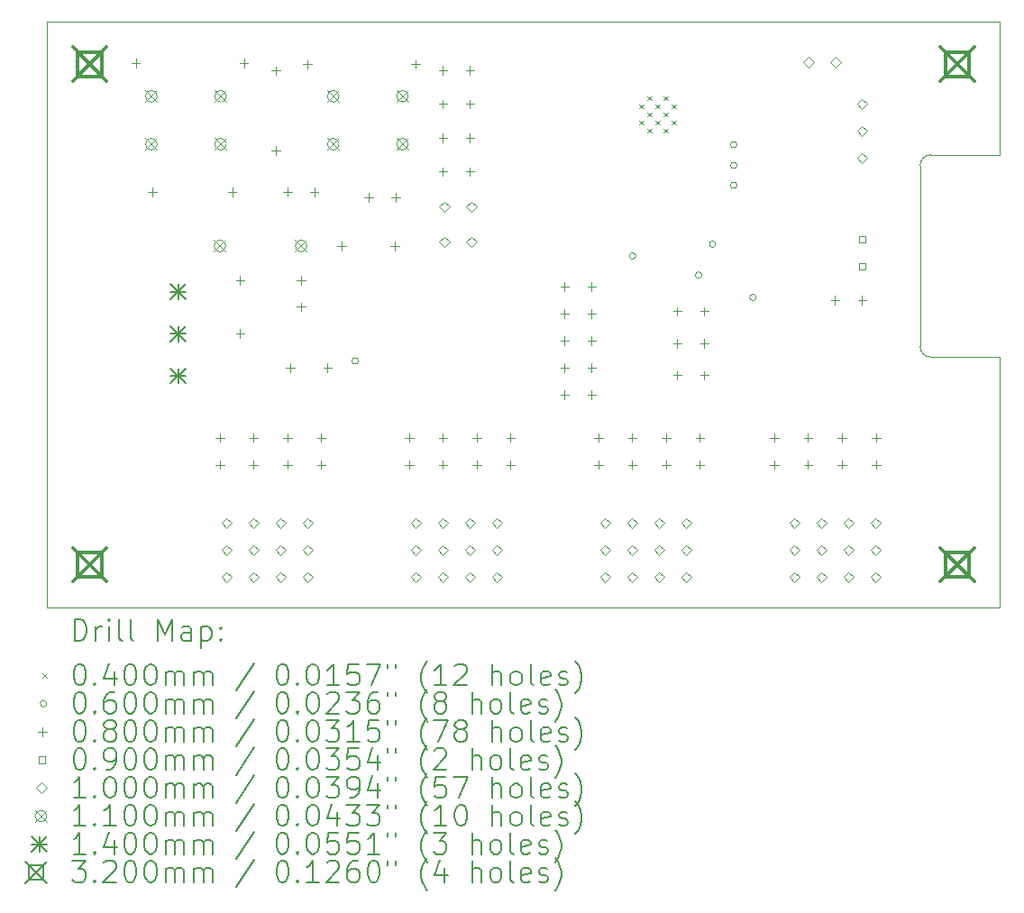
<source format=gbr>
%TF.GenerationSoftware,KiCad,Pcbnew,9.0.6*%
%TF.CreationDate,2026-01-30T16:54:02+01:00*%
%TF.ProjectId,ESP32_PWM_PCB_large,45535033-325f-4505-974d-5f5043425f6c,1.0*%
%TF.SameCoordinates,Original*%
%TF.FileFunction,Drillmap*%
%TF.FilePolarity,Positive*%
%FSLAX45Y45*%
G04 Gerber Fmt 4.5, Leading zero omitted, Abs format (unit mm)*
G04 Created by KiCad (PCBNEW 9.0.6) date 2026-01-30 16:54:02*
%MOMM*%
%LPD*%
G01*
G04 APERTURE LIST*
%ADD10C,0.050000*%
%ADD11C,0.200000*%
%ADD12C,0.100000*%
%ADD13C,0.110000*%
%ADD14C,0.140000*%
%ADD15C,0.320000*%
G04 APERTURE END LIST*
D10*
X20800000Y-8500000D02*
X20800000Y-6800000D01*
X20900000Y-6700000D02*
X21550000Y-6700000D01*
X12600000Y-10950000D02*
X21550000Y-10950000D01*
X12600000Y-5450000D02*
X12600000Y-10950000D01*
X21550000Y-6700000D02*
X21550000Y-5450000D01*
X21550000Y-8600000D02*
X20900000Y-8600000D01*
X21550000Y-10950000D02*
X21550000Y-8600000D01*
X21550000Y-5450000D02*
X12600000Y-5450000D01*
X20800000Y-6800000D02*
G75*
G02*
X20900000Y-6700000I100000J0D01*
G01*
X20900000Y-8600000D02*
G75*
G02*
X20800000Y-8500000I0J100000D01*
G01*
D11*
D12*
X18160500Y-6225750D02*
X18200500Y-6265750D01*
X18200500Y-6225750D02*
X18160500Y-6265750D01*
X18160500Y-6378250D02*
X18200500Y-6418250D01*
X18200500Y-6378250D02*
X18160500Y-6418250D01*
X18236750Y-6149500D02*
X18276750Y-6189500D01*
X18276750Y-6149500D02*
X18236750Y-6189500D01*
X18236750Y-6302000D02*
X18276750Y-6342000D01*
X18276750Y-6302000D02*
X18236750Y-6342000D01*
X18236750Y-6454500D02*
X18276750Y-6494500D01*
X18276750Y-6454500D02*
X18236750Y-6494500D01*
X18313000Y-6225750D02*
X18353000Y-6265750D01*
X18353000Y-6225750D02*
X18313000Y-6265750D01*
X18313000Y-6378250D02*
X18353000Y-6418250D01*
X18353000Y-6378250D02*
X18313000Y-6418250D01*
X18389250Y-6149500D02*
X18429250Y-6189500D01*
X18429250Y-6149500D02*
X18389250Y-6189500D01*
X18389250Y-6302000D02*
X18429250Y-6342000D01*
X18429250Y-6302000D02*
X18389250Y-6342000D01*
X18389250Y-6454500D02*
X18429250Y-6494500D01*
X18429250Y-6454500D02*
X18389250Y-6494500D01*
X18465500Y-6225750D02*
X18505500Y-6265750D01*
X18505500Y-6225750D02*
X18465500Y-6265750D01*
X18465500Y-6378250D02*
X18505500Y-6418250D01*
X18505500Y-6378250D02*
X18465500Y-6418250D01*
X15524000Y-8636000D02*
G75*
G02*
X15464000Y-8636000I-30000J0D01*
G01*
X15464000Y-8636000D02*
G75*
G02*
X15524000Y-8636000I30000J0D01*
G01*
X18130000Y-7650000D02*
G75*
G02*
X18070000Y-7650000I-30000J0D01*
G01*
X18070000Y-7650000D02*
G75*
G02*
X18130000Y-7650000I30000J0D01*
G01*
X18750000Y-7830000D02*
G75*
G02*
X18690000Y-7830000I-30000J0D01*
G01*
X18690000Y-7830000D02*
G75*
G02*
X18750000Y-7830000I30000J0D01*
G01*
X18880000Y-7540000D02*
G75*
G02*
X18820000Y-7540000I-30000J0D01*
G01*
X18820000Y-7540000D02*
G75*
G02*
X18880000Y-7540000I30000J0D01*
G01*
X19080000Y-6604000D02*
G75*
G02*
X19020000Y-6604000I-30000J0D01*
G01*
X19020000Y-6604000D02*
G75*
G02*
X19080000Y-6604000I30000J0D01*
G01*
X19080000Y-6800000D02*
G75*
G02*
X19020000Y-6800000I-30000J0D01*
G01*
X19020000Y-6800000D02*
G75*
G02*
X19080000Y-6800000I30000J0D01*
G01*
X19080000Y-6985000D02*
G75*
G02*
X19020000Y-6985000I-30000J0D01*
G01*
X19020000Y-6985000D02*
G75*
G02*
X19080000Y-6985000I30000J0D01*
G01*
X19260000Y-8040000D02*
G75*
G02*
X19200000Y-8040000I-30000J0D01*
G01*
X19200000Y-8040000D02*
G75*
G02*
X19260000Y-8040000I30000J0D01*
G01*
X13434000Y-5800000D02*
X13434000Y-5880000D01*
X13394000Y-5840000D02*
X13474000Y-5840000D01*
X13589000Y-7008500D02*
X13589000Y-7088500D01*
X13549000Y-7048500D02*
X13629000Y-7048500D01*
X14224000Y-9317000D02*
X14224000Y-9397000D01*
X14184000Y-9357000D02*
X14264000Y-9357000D01*
X14224000Y-9571000D02*
X14224000Y-9651000D01*
X14184000Y-9611000D02*
X14264000Y-9611000D01*
X14339000Y-7008500D02*
X14339000Y-7088500D01*
X14299000Y-7048500D02*
X14379000Y-7048500D01*
X14414500Y-7838000D02*
X14414500Y-7918000D01*
X14374500Y-7878000D02*
X14454500Y-7878000D01*
X14414500Y-8338000D02*
X14414500Y-8418000D01*
X14374500Y-8378000D02*
X14454500Y-8378000D01*
X14450000Y-5800000D02*
X14450000Y-5880000D01*
X14410000Y-5840000D02*
X14490000Y-5840000D01*
X14541500Y-9317000D02*
X14541500Y-9397000D01*
X14501500Y-9357000D02*
X14581500Y-9357000D01*
X14541500Y-9571000D02*
X14541500Y-9651000D01*
X14501500Y-9611000D02*
X14581500Y-9611000D01*
X14750000Y-5870000D02*
X14750000Y-5950000D01*
X14710000Y-5910000D02*
X14790000Y-5910000D01*
X14750000Y-6620000D02*
X14750000Y-6700000D01*
X14710000Y-6660000D02*
X14790000Y-6660000D01*
X14859000Y-7008500D02*
X14859000Y-7088500D01*
X14819000Y-7048500D02*
X14899000Y-7048500D01*
X14859000Y-9317000D02*
X14859000Y-9397000D01*
X14819000Y-9357000D02*
X14899000Y-9357000D01*
X14859000Y-9571000D02*
X14859000Y-9651000D01*
X14819000Y-9611000D02*
X14899000Y-9611000D01*
X14884235Y-8659500D02*
X14884235Y-8739500D01*
X14844235Y-8699500D02*
X14924235Y-8699500D01*
X14986000Y-7838000D02*
X14986000Y-7918000D01*
X14946000Y-7878000D02*
X15026000Y-7878000D01*
X14986000Y-8088000D02*
X14986000Y-8168000D01*
X14946000Y-8128000D02*
X15026000Y-8128000D01*
X15044000Y-5810000D02*
X15044000Y-5890000D01*
X15004000Y-5850000D02*
X15084000Y-5850000D01*
X15109000Y-7008500D02*
X15109000Y-7088500D01*
X15069000Y-7048500D02*
X15149000Y-7048500D01*
X15176500Y-9317000D02*
X15176500Y-9397000D01*
X15136500Y-9357000D02*
X15216500Y-9357000D01*
X15176500Y-9571000D02*
X15176500Y-9651000D01*
X15136500Y-9611000D02*
X15216500Y-9611000D01*
X15234235Y-8659500D02*
X15234235Y-8739500D01*
X15194235Y-8699500D02*
X15274235Y-8699500D01*
X15368500Y-7516500D02*
X15368500Y-7596500D01*
X15328500Y-7556500D02*
X15408500Y-7556500D01*
X15621000Y-7060000D02*
X15621000Y-7140000D01*
X15581000Y-7100000D02*
X15661000Y-7100000D01*
X15868500Y-7516500D02*
X15868500Y-7596500D01*
X15828500Y-7556500D02*
X15908500Y-7556500D01*
X15875000Y-7060000D02*
X15875000Y-7140000D01*
X15835000Y-7100000D02*
X15915000Y-7100000D01*
X16002000Y-9317000D02*
X16002000Y-9397000D01*
X15962000Y-9357000D02*
X16042000Y-9357000D01*
X16002000Y-9571000D02*
X16002000Y-9651000D01*
X15962000Y-9611000D02*
X16042000Y-9611000D01*
X16060000Y-5810000D02*
X16060000Y-5890000D01*
X16020000Y-5850000D02*
X16100000Y-5850000D01*
X16319500Y-5865500D02*
X16319500Y-5945500D01*
X16279500Y-5905500D02*
X16359500Y-5905500D01*
X16319500Y-6183000D02*
X16319500Y-6263000D01*
X16279500Y-6223000D02*
X16359500Y-6223000D01*
X16319500Y-6500500D02*
X16319500Y-6580500D01*
X16279500Y-6540500D02*
X16359500Y-6540500D01*
X16319500Y-6818000D02*
X16319500Y-6898000D01*
X16279500Y-6858000D02*
X16359500Y-6858000D01*
X16319500Y-9317000D02*
X16319500Y-9397000D01*
X16279500Y-9357000D02*
X16359500Y-9357000D01*
X16319500Y-9571000D02*
X16319500Y-9651000D01*
X16279500Y-9611000D02*
X16359500Y-9611000D01*
X16573500Y-5865500D02*
X16573500Y-5945500D01*
X16533500Y-5905500D02*
X16613500Y-5905500D01*
X16573500Y-6183000D02*
X16573500Y-6263000D01*
X16533500Y-6223000D02*
X16613500Y-6223000D01*
X16573500Y-6500500D02*
X16573500Y-6580500D01*
X16533500Y-6540500D02*
X16613500Y-6540500D01*
X16573500Y-6818000D02*
X16573500Y-6898000D01*
X16533500Y-6858000D02*
X16613500Y-6858000D01*
X16638000Y-9317000D02*
X16638000Y-9397000D01*
X16598000Y-9357000D02*
X16678000Y-9357000D01*
X16638000Y-9571000D02*
X16638000Y-9651000D01*
X16598000Y-9611000D02*
X16678000Y-9611000D01*
X16954500Y-9317000D02*
X16954500Y-9397000D01*
X16914500Y-9357000D02*
X16994500Y-9357000D01*
X16954500Y-9571000D02*
X16954500Y-9651000D01*
X16914500Y-9611000D02*
X16994500Y-9611000D01*
X17462500Y-7897500D02*
X17462500Y-7977500D01*
X17422500Y-7937500D02*
X17502500Y-7937500D01*
X17462500Y-8151500D02*
X17462500Y-8231500D01*
X17422500Y-8191500D02*
X17502500Y-8191500D01*
X17462500Y-8405500D02*
X17462500Y-8485500D01*
X17422500Y-8445500D02*
X17502500Y-8445500D01*
X17462500Y-8659500D02*
X17462500Y-8739500D01*
X17422500Y-8699500D02*
X17502500Y-8699500D01*
X17462500Y-8913500D02*
X17462500Y-8993500D01*
X17422500Y-8953500D02*
X17502500Y-8953500D01*
X17716500Y-7897500D02*
X17716500Y-7977500D01*
X17676500Y-7937500D02*
X17756500Y-7937500D01*
X17716500Y-8151500D02*
X17716500Y-8231500D01*
X17676500Y-8191500D02*
X17756500Y-8191500D01*
X17716500Y-8405500D02*
X17716500Y-8485500D01*
X17676500Y-8445500D02*
X17756500Y-8445500D01*
X17716500Y-8659500D02*
X17716500Y-8739500D01*
X17676500Y-8699500D02*
X17756500Y-8699500D01*
X17716500Y-8913500D02*
X17716500Y-8993500D01*
X17676500Y-8953500D02*
X17756500Y-8953500D01*
X17780000Y-9317000D02*
X17780000Y-9397000D01*
X17740000Y-9357000D02*
X17820000Y-9357000D01*
X17780000Y-9571000D02*
X17780000Y-9651000D01*
X17740000Y-9611000D02*
X17820000Y-9611000D01*
X18097500Y-9317000D02*
X18097500Y-9397000D01*
X18057500Y-9357000D02*
X18137500Y-9357000D01*
X18097500Y-9571000D02*
X18097500Y-9651000D01*
X18057500Y-9611000D02*
X18137500Y-9611000D01*
X18415000Y-9317000D02*
X18415000Y-9397000D01*
X18375000Y-9357000D02*
X18455000Y-9357000D01*
X18415000Y-9571000D02*
X18415000Y-9651000D01*
X18375000Y-9611000D02*
X18455000Y-9611000D01*
X18520000Y-8130000D02*
X18520000Y-8210000D01*
X18480000Y-8170000D02*
X18560000Y-8170000D01*
X18520000Y-8430000D02*
X18520000Y-8510000D01*
X18480000Y-8470000D02*
X18560000Y-8470000D01*
X18520000Y-8730000D02*
X18520000Y-8810000D01*
X18480000Y-8770000D02*
X18560000Y-8770000D01*
X18732500Y-9317000D02*
X18732500Y-9397000D01*
X18692500Y-9357000D02*
X18772500Y-9357000D01*
X18732500Y-9571000D02*
X18732500Y-9651000D01*
X18692500Y-9611000D02*
X18772500Y-9611000D01*
X18774000Y-8130000D02*
X18774000Y-8210000D01*
X18734000Y-8170000D02*
X18814000Y-8170000D01*
X18774000Y-8430000D02*
X18774000Y-8510000D01*
X18734000Y-8470000D02*
X18814000Y-8470000D01*
X18774000Y-8730000D02*
X18774000Y-8810000D01*
X18734000Y-8770000D02*
X18814000Y-8770000D01*
X19431000Y-9317000D02*
X19431000Y-9397000D01*
X19391000Y-9357000D02*
X19471000Y-9357000D01*
X19431000Y-9571000D02*
X19431000Y-9651000D01*
X19391000Y-9611000D02*
X19471000Y-9611000D01*
X19748500Y-9317000D02*
X19748500Y-9397000D01*
X19708500Y-9357000D02*
X19788500Y-9357000D01*
X19748500Y-9571000D02*
X19748500Y-9651000D01*
X19708500Y-9611000D02*
X19788500Y-9611000D01*
X20002500Y-8024500D02*
X20002500Y-8104500D01*
X19962500Y-8064500D02*
X20042500Y-8064500D01*
X20066000Y-9317000D02*
X20066000Y-9397000D01*
X20026000Y-9357000D02*
X20106000Y-9357000D01*
X20066000Y-9571000D02*
X20066000Y-9651000D01*
X20026000Y-9611000D02*
X20106000Y-9611000D01*
X20256500Y-8024500D02*
X20256500Y-8104500D01*
X20216500Y-8064500D02*
X20296500Y-8064500D01*
X20386040Y-9317000D02*
X20386040Y-9397000D01*
X20346040Y-9357000D02*
X20426040Y-9357000D01*
X20386040Y-9571000D02*
X20386040Y-9651000D01*
X20346040Y-9611000D02*
X20426040Y-9611000D01*
X20288320Y-7524820D02*
X20288320Y-7461180D01*
X20224680Y-7461180D01*
X20224680Y-7524820D01*
X20288320Y-7524820D01*
X20288320Y-7778820D02*
X20288320Y-7715180D01*
X20224680Y-7715180D01*
X20224680Y-7778820D01*
X20288320Y-7778820D01*
X14287500Y-10210000D02*
X14337500Y-10160000D01*
X14287500Y-10110000D01*
X14237500Y-10160000D01*
X14287500Y-10210000D01*
X14287500Y-10464000D02*
X14337500Y-10414000D01*
X14287500Y-10364000D01*
X14237500Y-10414000D01*
X14287500Y-10464000D01*
X14287500Y-10718000D02*
X14337500Y-10668000D01*
X14287500Y-10618000D01*
X14237500Y-10668000D01*
X14287500Y-10718000D01*
X14541500Y-10210000D02*
X14591500Y-10160000D01*
X14541500Y-10110000D01*
X14491500Y-10160000D01*
X14541500Y-10210000D01*
X14541500Y-10464000D02*
X14591500Y-10414000D01*
X14541500Y-10364000D01*
X14491500Y-10414000D01*
X14541500Y-10464000D01*
X14541500Y-10718000D02*
X14591500Y-10668000D01*
X14541500Y-10618000D01*
X14491500Y-10668000D01*
X14541500Y-10718000D01*
X14795500Y-10210000D02*
X14845500Y-10160000D01*
X14795500Y-10110000D01*
X14745500Y-10160000D01*
X14795500Y-10210000D01*
X14795500Y-10464000D02*
X14845500Y-10414000D01*
X14795500Y-10364000D01*
X14745500Y-10414000D01*
X14795500Y-10464000D01*
X14795500Y-10718000D02*
X14845500Y-10668000D01*
X14795500Y-10618000D01*
X14745500Y-10668000D01*
X14795500Y-10718000D01*
X15049500Y-10210000D02*
X15099500Y-10160000D01*
X15049500Y-10110000D01*
X14999500Y-10160000D01*
X15049500Y-10210000D01*
X15049500Y-10464000D02*
X15099500Y-10414000D01*
X15049500Y-10364000D01*
X14999500Y-10414000D01*
X15049500Y-10464000D01*
X15049500Y-10718000D02*
X15099500Y-10668000D01*
X15049500Y-10618000D01*
X14999500Y-10668000D01*
X15049500Y-10718000D01*
X16065500Y-10210000D02*
X16115500Y-10160000D01*
X16065500Y-10110000D01*
X16015500Y-10160000D01*
X16065500Y-10210000D01*
X16065500Y-10464000D02*
X16115500Y-10414000D01*
X16065500Y-10364000D01*
X16015500Y-10414000D01*
X16065500Y-10464000D01*
X16065500Y-10718000D02*
X16115500Y-10668000D01*
X16065500Y-10618000D01*
X16015500Y-10668000D01*
X16065500Y-10718000D01*
X16319500Y-10210000D02*
X16369500Y-10160000D01*
X16319500Y-10110000D01*
X16269500Y-10160000D01*
X16319500Y-10210000D01*
X16319500Y-10464000D02*
X16369500Y-10414000D01*
X16319500Y-10364000D01*
X16269500Y-10414000D01*
X16319500Y-10464000D01*
X16319500Y-10718000D02*
X16369500Y-10668000D01*
X16319500Y-10618000D01*
X16269500Y-10668000D01*
X16319500Y-10718000D01*
X16332200Y-7238200D02*
X16382200Y-7188200D01*
X16332200Y-7138200D01*
X16282200Y-7188200D01*
X16332200Y-7238200D01*
X16332200Y-7568400D02*
X16382200Y-7518400D01*
X16332200Y-7468400D01*
X16282200Y-7518400D01*
X16332200Y-7568400D01*
X16573500Y-10210000D02*
X16623500Y-10160000D01*
X16573500Y-10110000D01*
X16523500Y-10160000D01*
X16573500Y-10210000D01*
X16573500Y-10464000D02*
X16623500Y-10414000D01*
X16573500Y-10364000D01*
X16523500Y-10414000D01*
X16573500Y-10464000D01*
X16573500Y-10718000D02*
X16623500Y-10668000D01*
X16573500Y-10618000D01*
X16523500Y-10668000D01*
X16573500Y-10718000D01*
X16586200Y-7238200D02*
X16636200Y-7188200D01*
X16586200Y-7138200D01*
X16536200Y-7188200D01*
X16586200Y-7238200D01*
X16586200Y-7568400D02*
X16636200Y-7518400D01*
X16586200Y-7468400D01*
X16536200Y-7518400D01*
X16586200Y-7568400D01*
X16827500Y-10210000D02*
X16877500Y-10160000D01*
X16827500Y-10110000D01*
X16777500Y-10160000D01*
X16827500Y-10210000D01*
X16827500Y-10464000D02*
X16877500Y-10414000D01*
X16827500Y-10364000D01*
X16777500Y-10414000D01*
X16827500Y-10464000D01*
X16827500Y-10718000D02*
X16877500Y-10668000D01*
X16827500Y-10618000D01*
X16777500Y-10668000D01*
X16827500Y-10718000D01*
X17843500Y-10210000D02*
X17893500Y-10160000D01*
X17843500Y-10110000D01*
X17793500Y-10160000D01*
X17843500Y-10210000D01*
X17843500Y-10464000D02*
X17893500Y-10414000D01*
X17843500Y-10364000D01*
X17793500Y-10414000D01*
X17843500Y-10464000D01*
X17843500Y-10718000D02*
X17893500Y-10668000D01*
X17843500Y-10618000D01*
X17793500Y-10668000D01*
X17843500Y-10718000D01*
X18097500Y-10210000D02*
X18147500Y-10160000D01*
X18097500Y-10110000D01*
X18047500Y-10160000D01*
X18097500Y-10210000D01*
X18097500Y-10464000D02*
X18147500Y-10414000D01*
X18097500Y-10364000D01*
X18047500Y-10414000D01*
X18097500Y-10464000D01*
X18097500Y-10718000D02*
X18147500Y-10668000D01*
X18097500Y-10618000D01*
X18047500Y-10668000D01*
X18097500Y-10718000D01*
X18351500Y-10210000D02*
X18401500Y-10160000D01*
X18351500Y-10110000D01*
X18301500Y-10160000D01*
X18351500Y-10210000D01*
X18351500Y-10464000D02*
X18401500Y-10414000D01*
X18351500Y-10364000D01*
X18301500Y-10414000D01*
X18351500Y-10464000D01*
X18351500Y-10718000D02*
X18401500Y-10668000D01*
X18351500Y-10618000D01*
X18301500Y-10668000D01*
X18351500Y-10718000D01*
X18605500Y-10210000D02*
X18655500Y-10160000D01*
X18605500Y-10110000D01*
X18555500Y-10160000D01*
X18605500Y-10210000D01*
X18605500Y-10464000D02*
X18655500Y-10414000D01*
X18605500Y-10364000D01*
X18555500Y-10414000D01*
X18605500Y-10464000D01*
X18605500Y-10718000D02*
X18655500Y-10668000D01*
X18605500Y-10618000D01*
X18555500Y-10668000D01*
X18605500Y-10718000D01*
X19621500Y-10210000D02*
X19671500Y-10160000D01*
X19621500Y-10110000D01*
X19571500Y-10160000D01*
X19621500Y-10210000D01*
X19621500Y-10464000D02*
X19671500Y-10414000D01*
X19621500Y-10364000D01*
X19571500Y-10414000D01*
X19621500Y-10464000D01*
X19621500Y-10718000D02*
X19671500Y-10668000D01*
X19621500Y-10618000D01*
X19571500Y-10668000D01*
X19621500Y-10718000D01*
X19750000Y-5880000D02*
X19800000Y-5830000D01*
X19750000Y-5780000D01*
X19700000Y-5830000D01*
X19750000Y-5880000D01*
X19875500Y-10210000D02*
X19925500Y-10160000D01*
X19875500Y-10110000D01*
X19825500Y-10160000D01*
X19875500Y-10210000D01*
X19875500Y-10464000D02*
X19925500Y-10414000D01*
X19875500Y-10364000D01*
X19825500Y-10414000D01*
X19875500Y-10464000D01*
X19875500Y-10718000D02*
X19925500Y-10668000D01*
X19875500Y-10618000D01*
X19825500Y-10668000D01*
X19875500Y-10718000D01*
X20004000Y-5880000D02*
X20054000Y-5830000D01*
X20004000Y-5780000D01*
X19954000Y-5830000D01*
X20004000Y-5880000D01*
X20129500Y-10210000D02*
X20179500Y-10160000D01*
X20129500Y-10110000D01*
X20079500Y-10160000D01*
X20129500Y-10210000D01*
X20129500Y-10464000D02*
X20179500Y-10414000D01*
X20129500Y-10364000D01*
X20079500Y-10414000D01*
X20129500Y-10464000D01*
X20129500Y-10718000D02*
X20179500Y-10668000D01*
X20129500Y-10618000D01*
X20079500Y-10668000D01*
X20129500Y-10718000D01*
X20256500Y-6273000D02*
X20306500Y-6223000D01*
X20256500Y-6173000D01*
X20206500Y-6223000D01*
X20256500Y-6273000D01*
X20256500Y-6527000D02*
X20306500Y-6477000D01*
X20256500Y-6427000D01*
X20206500Y-6477000D01*
X20256500Y-6527000D01*
X20256500Y-6781000D02*
X20306500Y-6731000D01*
X20256500Y-6681000D01*
X20206500Y-6731000D01*
X20256500Y-6781000D01*
X20383500Y-10210000D02*
X20433500Y-10160000D01*
X20383500Y-10110000D01*
X20333500Y-10160000D01*
X20383500Y-10210000D01*
X20383500Y-10464000D02*
X20433500Y-10414000D01*
X20383500Y-10364000D01*
X20333500Y-10414000D01*
X20383500Y-10464000D01*
X20383500Y-10718000D02*
X20433500Y-10668000D01*
X20383500Y-10618000D01*
X20333500Y-10668000D01*
X20383500Y-10718000D01*
D13*
X13525000Y-6095000D02*
X13635000Y-6205000D01*
X13635000Y-6095000D02*
X13525000Y-6205000D01*
X13635000Y-6150000D02*
G75*
G02*
X13525000Y-6150000I-55000J0D01*
G01*
X13525000Y-6150000D02*
G75*
G02*
X13635000Y-6150000I55000J0D01*
G01*
X13525000Y-6545000D02*
X13635000Y-6655000D01*
X13635000Y-6545000D02*
X13525000Y-6655000D01*
X13635000Y-6600000D02*
G75*
G02*
X13525000Y-6600000I-55000J0D01*
G01*
X13525000Y-6600000D02*
G75*
G02*
X13635000Y-6600000I55000J0D01*
G01*
X14169000Y-7501500D02*
X14279000Y-7611500D01*
X14279000Y-7501500D02*
X14169000Y-7611500D01*
X14279000Y-7556500D02*
G75*
G02*
X14169000Y-7556500I-55000J0D01*
G01*
X14169000Y-7556500D02*
G75*
G02*
X14279000Y-7556500I55000J0D01*
G01*
X14175000Y-6095000D02*
X14285000Y-6205000D01*
X14285000Y-6095000D02*
X14175000Y-6205000D01*
X14285000Y-6150000D02*
G75*
G02*
X14175000Y-6150000I-55000J0D01*
G01*
X14175000Y-6150000D02*
G75*
G02*
X14285000Y-6150000I55000J0D01*
G01*
X14175000Y-6545000D02*
X14285000Y-6655000D01*
X14285000Y-6545000D02*
X14175000Y-6655000D01*
X14285000Y-6600000D02*
G75*
G02*
X14175000Y-6600000I-55000J0D01*
G01*
X14175000Y-6600000D02*
G75*
G02*
X14285000Y-6600000I55000J0D01*
G01*
X14931000Y-7501500D02*
X15041000Y-7611500D01*
X15041000Y-7501500D02*
X14931000Y-7611500D01*
X15041000Y-7556500D02*
G75*
G02*
X14931000Y-7556500I-55000J0D01*
G01*
X14931000Y-7556500D02*
G75*
G02*
X15041000Y-7556500I55000J0D01*
G01*
X15233500Y-6095000D02*
X15343500Y-6205000D01*
X15343500Y-6095000D02*
X15233500Y-6205000D01*
X15343500Y-6150000D02*
G75*
G02*
X15233500Y-6150000I-55000J0D01*
G01*
X15233500Y-6150000D02*
G75*
G02*
X15343500Y-6150000I55000J0D01*
G01*
X15233500Y-6545000D02*
X15343500Y-6655000D01*
X15343500Y-6545000D02*
X15233500Y-6655000D01*
X15343500Y-6600000D02*
G75*
G02*
X15233500Y-6600000I-55000J0D01*
G01*
X15233500Y-6600000D02*
G75*
G02*
X15343500Y-6600000I55000J0D01*
G01*
X15883500Y-6095000D02*
X15993500Y-6205000D01*
X15993500Y-6095000D02*
X15883500Y-6205000D01*
X15993500Y-6150000D02*
G75*
G02*
X15883500Y-6150000I-55000J0D01*
G01*
X15883500Y-6150000D02*
G75*
G02*
X15993500Y-6150000I55000J0D01*
G01*
X15883500Y-6545000D02*
X15993500Y-6655000D01*
X15993500Y-6545000D02*
X15883500Y-6655000D01*
X15993500Y-6600000D02*
G75*
G02*
X15883500Y-6600000I-55000J0D01*
G01*
X15883500Y-6600000D02*
G75*
G02*
X15993500Y-6600000I55000J0D01*
G01*
D14*
X13761250Y-7916000D02*
X13901250Y-8056000D01*
X13901250Y-7916000D02*
X13761250Y-8056000D01*
X13831250Y-7916000D02*
X13831250Y-8056000D01*
X13761250Y-7986000D02*
X13901250Y-7986000D01*
X13761250Y-8312000D02*
X13901250Y-8452000D01*
X13901250Y-8312000D02*
X13761250Y-8452000D01*
X13831250Y-8312000D02*
X13831250Y-8452000D01*
X13761250Y-8382000D02*
X13901250Y-8382000D01*
X13761250Y-8708000D02*
X13901250Y-8848000D01*
X13901250Y-8708000D02*
X13761250Y-8848000D01*
X13831250Y-8708000D02*
X13831250Y-8848000D01*
X13761250Y-8778000D02*
X13901250Y-8778000D01*
D15*
X12840000Y-5690000D02*
X13160000Y-6010000D01*
X13160000Y-5690000D02*
X12840000Y-6010000D01*
X13113138Y-5963138D02*
X13113138Y-5736862D01*
X12886862Y-5736862D01*
X12886862Y-5963138D01*
X13113138Y-5963138D01*
X12840000Y-10390000D02*
X13160000Y-10710000D01*
X13160000Y-10390000D02*
X12840000Y-10710000D01*
X13113138Y-10663138D02*
X13113138Y-10436862D01*
X12886862Y-10436862D01*
X12886862Y-10663138D01*
X13113138Y-10663138D01*
X20990000Y-5690000D02*
X21310000Y-6010000D01*
X21310000Y-5690000D02*
X20990000Y-6010000D01*
X21263138Y-5963138D02*
X21263138Y-5736862D01*
X21036862Y-5736862D01*
X21036862Y-5963138D01*
X21263138Y-5963138D01*
X20990000Y-10390000D02*
X21310000Y-10710000D01*
X21310000Y-10390000D02*
X20990000Y-10710000D01*
X21263138Y-10663138D02*
X21263138Y-10436862D01*
X21036862Y-10436862D01*
X21036862Y-10663138D01*
X21263138Y-10663138D01*
D11*
X12858277Y-11263984D02*
X12858277Y-11063984D01*
X12858277Y-11063984D02*
X12905896Y-11063984D01*
X12905896Y-11063984D02*
X12934467Y-11073508D01*
X12934467Y-11073508D02*
X12953515Y-11092555D01*
X12953515Y-11092555D02*
X12963039Y-11111603D01*
X12963039Y-11111603D02*
X12972562Y-11149698D01*
X12972562Y-11149698D02*
X12972562Y-11178270D01*
X12972562Y-11178270D02*
X12963039Y-11216365D01*
X12963039Y-11216365D02*
X12953515Y-11235412D01*
X12953515Y-11235412D02*
X12934467Y-11254460D01*
X12934467Y-11254460D02*
X12905896Y-11263984D01*
X12905896Y-11263984D02*
X12858277Y-11263984D01*
X13058277Y-11263984D02*
X13058277Y-11130650D01*
X13058277Y-11168746D02*
X13067801Y-11149698D01*
X13067801Y-11149698D02*
X13077324Y-11140174D01*
X13077324Y-11140174D02*
X13096372Y-11130650D01*
X13096372Y-11130650D02*
X13115420Y-11130650D01*
X13182086Y-11263984D02*
X13182086Y-11130650D01*
X13182086Y-11063984D02*
X13172562Y-11073508D01*
X13172562Y-11073508D02*
X13182086Y-11083031D01*
X13182086Y-11083031D02*
X13191610Y-11073508D01*
X13191610Y-11073508D02*
X13182086Y-11063984D01*
X13182086Y-11063984D02*
X13182086Y-11083031D01*
X13305896Y-11263984D02*
X13286848Y-11254460D01*
X13286848Y-11254460D02*
X13277324Y-11235412D01*
X13277324Y-11235412D02*
X13277324Y-11063984D01*
X13410658Y-11263984D02*
X13391610Y-11254460D01*
X13391610Y-11254460D02*
X13382086Y-11235412D01*
X13382086Y-11235412D02*
X13382086Y-11063984D01*
X13639229Y-11263984D02*
X13639229Y-11063984D01*
X13639229Y-11063984D02*
X13705896Y-11206841D01*
X13705896Y-11206841D02*
X13772562Y-11063984D01*
X13772562Y-11063984D02*
X13772562Y-11263984D01*
X13953515Y-11263984D02*
X13953515Y-11159222D01*
X13953515Y-11159222D02*
X13943991Y-11140174D01*
X13943991Y-11140174D02*
X13924943Y-11130650D01*
X13924943Y-11130650D02*
X13886848Y-11130650D01*
X13886848Y-11130650D02*
X13867801Y-11140174D01*
X13953515Y-11254460D02*
X13934467Y-11263984D01*
X13934467Y-11263984D02*
X13886848Y-11263984D01*
X13886848Y-11263984D02*
X13867801Y-11254460D01*
X13867801Y-11254460D02*
X13858277Y-11235412D01*
X13858277Y-11235412D02*
X13858277Y-11216365D01*
X13858277Y-11216365D02*
X13867801Y-11197317D01*
X13867801Y-11197317D02*
X13886848Y-11187793D01*
X13886848Y-11187793D02*
X13934467Y-11187793D01*
X13934467Y-11187793D02*
X13953515Y-11178270D01*
X14048753Y-11130650D02*
X14048753Y-11330650D01*
X14048753Y-11140174D02*
X14067801Y-11130650D01*
X14067801Y-11130650D02*
X14105896Y-11130650D01*
X14105896Y-11130650D02*
X14124943Y-11140174D01*
X14124943Y-11140174D02*
X14134467Y-11149698D01*
X14134467Y-11149698D02*
X14143991Y-11168746D01*
X14143991Y-11168746D02*
X14143991Y-11225888D01*
X14143991Y-11225888D02*
X14134467Y-11244936D01*
X14134467Y-11244936D02*
X14124943Y-11254460D01*
X14124943Y-11254460D02*
X14105896Y-11263984D01*
X14105896Y-11263984D02*
X14067801Y-11263984D01*
X14067801Y-11263984D02*
X14048753Y-11254460D01*
X14229705Y-11244936D02*
X14239229Y-11254460D01*
X14239229Y-11254460D02*
X14229705Y-11263984D01*
X14229705Y-11263984D02*
X14220182Y-11254460D01*
X14220182Y-11254460D02*
X14229705Y-11244936D01*
X14229705Y-11244936D02*
X14229705Y-11263984D01*
X14229705Y-11140174D02*
X14239229Y-11149698D01*
X14239229Y-11149698D02*
X14229705Y-11159222D01*
X14229705Y-11159222D02*
X14220182Y-11149698D01*
X14220182Y-11149698D02*
X14229705Y-11140174D01*
X14229705Y-11140174D02*
X14229705Y-11159222D01*
D12*
X12557500Y-11572500D02*
X12597500Y-11612500D01*
X12597500Y-11572500D02*
X12557500Y-11612500D01*
D11*
X12896372Y-11483984D02*
X12915420Y-11483984D01*
X12915420Y-11483984D02*
X12934467Y-11493508D01*
X12934467Y-11493508D02*
X12943991Y-11503031D01*
X12943991Y-11503031D02*
X12953515Y-11522079D01*
X12953515Y-11522079D02*
X12963039Y-11560174D01*
X12963039Y-11560174D02*
X12963039Y-11607793D01*
X12963039Y-11607793D02*
X12953515Y-11645888D01*
X12953515Y-11645888D02*
X12943991Y-11664936D01*
X12943991Y-11664936D02*
X12934467Y-11674460D01*
X12934467Y-11674460D02*
X12915420Y-11683984D01*
X12915420Y-11683984D02*
X12896372Y-11683984D01*
X12896372Y-11683984D02*
X12877324Y-11674460D01*
X12877324Y-11674460D02*
X12867801Y-11664936D01*
X12867801Y-11664936D02*
X12858277Y-11645888D01*
X12858277Y-11645888D02*
X12848753Y-11607793D01*
X12848753Y-11607793D02*
X12848753Y-11560174D01*
X12848753Y-11560174D02*
X12858277Y-11522079D01*
X12858277Y-11522079D02*
X12867801Y-11503031D01*
X12867801Y-11503031D02*
X12877324Y-11493508D01*
X12877324Y-11493508D02*
X12896372Y-11483984D01*
X13048753Y-11664936D02*
X13058277Y-11674460D01*
X13058277Y-11674460D02*
X13048753Y-11683984D01*
X13048753Y-11683984D02*
X13039229Y-11674460D01*
X13039229Y-11674460D02*
X13048753Y-11664936D01*
X13048753Y-11664936D02*
X13048753Y-11683984D01*
X13229705Y-11550650D02*
X13229705Y-11683984D01*
X13182086Y-11474460D02*
X13134467Y-11617317D01*
X13134467Y-11617317D02*
X13258277Y-11617317D01*
X13372562Y-11483984D02*
X13391610Y-11483984D01*
X13391610Y-11483984D02*
X13410658Y-11493508D01*
X13410658Y-11493508D02*
X13420182Y-11503031D01*
X13420182Y-11503031D02*
X13429705Y-11522079D01*
X13429705Y-11522079D02*
X13439229Y-11560174D01*
X13439229Y-11560174D02*
X13439229Y-11607793D01*
X13439229Y-11607793D02*
X13429705Y-11645888D01*
X13429705Y-11645888D02*
X13420182Y-11664936D01*
X13420182Y-11664936D02*
X13410658Y-11674460D01*
X13410658Y-11674460D02*
X13391610Y-11683984D01*
X13391610Y-11683984D02*
X13372562Y-11683984D01*
X13372562Y-11683984D02*
X13353515Y-11674460D01*
X13353515Y-11674460D02*
X13343991Y-11664936D01*
X13343991Y-11664936D02*
X13334467Y-11645888D01*
X13334467Y-11645888D02*
X13324943Y-11607793D01*
X13324943Y-11607793D02*
X13324943Y-11560174D01*
X13324943Y-11560174D02*
X13334467Y-11522079D01*
X13334467Y-11522079D02*
X13343991Y-11503031D01*
X13343991Y-11503031D02*
X13353515Y-11493508D01*
X13353515Y-11493508D02*
X13372562Y-11483984D01*
X13563039Y-11483984D02*
X13582086Y-11483984D01*
X13582086Y-11483984D02*
X13601134Y-11493508D01*
X13601134Y-11493508D02*
X13610658Y-11503031D01*
X13610658Y-11503031D02*
X13620182Y-11522079D01*
X13620182Y-11522079D02*
X13629705Y-11560174D01*
X13629705Y-11560174D02*
X13629705Y-11607793D01*
X13629705Y-11607793D02*
X13620182Y-11645888D01*
X13620182Y-11645888D02*
X13610658Y-11664936D01*
X13610658Y-11664936D02*
X13601134Y-11674460D01*
X13601134Y-11674460D02*
X13582086Y-11683984D01*
X13582086Y-11683984D02*
X13563039Y-11683984D01*
X13563039Y-11683984D02*
X13543991Y-11674460D01*
X13543991Y-11674460D02*
X13534467Y-11664936D01*
X13534467Y-11664936D02*
X13524943Y-11645888D01*
X13524943Y-11645888D02*
X13515420Y-11607793D01*
X13515420Y-11607793D02*
X13515420Y-11560174D01*
X13515420Y-11560174D02*
X13524943Y-11522079D01*
X13524943Y-11522079D02*
X13534467Y-11503031D01*
X13534467Y-11503031D02*
X13543991Y-11493508D01*
X13543991Y-11493508D02*
X13563039Y-11483984D01*
X13715420Y-11683984D02*
X13715420Y-11550650D01*
X13715420Y-11569698D02*
X13724943Y-11560174D01*
X13724943Y-11560174D02*
X13743991Y-11550650D01*
X13743991Y-11550650D02*
X13772563Y-11550650D01*
X13772563Y-11550650D02*
X13791610Y-11560174D01*
X13791610Y-11560174D02*
X13801134Y-11579222D01*
X13801134Y-11579222D02*
X13801134Y-11683984D01*
X13801134Y-11579222D02*
X13810658Y-11560174D01*
X13810658Y-11560174D02*
X13829705Y-11550650D01*
X13829705Y-11550650D02*
X13858277Y-11550650D01*
X13858277Y-11550650D02*
X13877324Y-11560174D01*
X13877324Y-11560174D02*
X13886848Y-11579222D01*
X13886848Y-11579222D02*
X13886848Y-11683984D01*
X13982086Y-11683984D02*
X13982086Y-11550650D01*
X13982086Y-11569698D02*
X13991610Y-11560174D01*
X13991610Y-11560174D02*
X14010658Y-11550650D01*
X14010658Y-11550650D02*
X14039229Y-11550650D01*
X14039229Y-11550650D02*
X14058277Y-11560174D01*
X14058277Y-11560174D02*
X14067801Y-11579222D01*
X14067801Y-11579222D02*
X14067801Y-11683984D01*
X14067801Y-11579222D02*
X14077324Y-11560174D01*
X14077324Y-11560174D02*
X14096372Y-11550650D01*
X14096372Y-11550650D02*
X14124943Y-11550650D01*
X14124943Y-11550650D02*
X14143991Y-11560174D01*
X14143991Y-11560174D02*
X14153515Y-11579222D01*
X14153515Y-11579222D02*
X14153515Y-11683984D01*
X14543991Y-11474460D02*
X14372563Y-11731603D01*
X14801134Y-11483984D02*
X14820182Y-11483984D01*
X14820182Y-11483984D02*
X14839229Y-11493508D01*
X14839229Y-11493508D02*
X14848753Y-11503031D01*
X14848753Y-11503031D02*
X14858277Y-11522079D01*
X14858277Y-11522079D02*
X14867801Y-11560174D01*
X14867801Y-11560174D02*
X14867801Y-11607793D01*
X14867801Y-11607793D02*
X14858277Y-11645888D01*
X14858277Y-11645888D02*
X14848753Y-11664936D01*
X14848753Y-11664936D02*
X14839229Y-11674460D01*
X14839229Y-11674460D02*
X14820182Y-11683984D01*
X14820182Y-11683984D02*
X14801134Y-11683984D01*
X14801134Y-11683984D02*
X14782086Y-11674460D01*
X14782086Y-11674460D02*
X14772563Y-11664936D01*
X14772563Y-11664936D02*
X14763039Y-11645888D01*
X14763039Y-11645888D02*
X14753515Y-11607793D01*
X14753515Y-11607793D02*
X14753515Y-11560174D01*
X14753515Y-11560174D02*
X14763039Y-11522079D01*
X14763039Y-11522079D02*
X14772563Y-11503031D01*
X14772563Y-11503031D02*
X14782086Y-11493508D01*
X14782086Y-11493508D02*
X14801134Y-11483984D01*
X14953515Y-11664936D02*
X14963039Y-11674460D01*
X14963039Y-11674460D02*
X14953515Y-11683984D01*
X14953515Y-11683984D02*
X14943991Y-11674460D01*
X14943991Y-11674460D02*
X14953515Y-11664936D01*
X14953515Y-11664936D02*
X14953515Y-11683984D01*
X15086848Y-11483984D02*
X15105896Y-11483984D01*
X15105896Y-11483984D02*
X15124944Y-11493508D01*
X15124944Y-11493508D02*
X15134467Y-11503031D01*
X15134467Y-11503031D02*
X15143991Y-11522079D01*
X15143991Y-11522079D02*
X15153515Y-11560174D01*
X15153515Y-11560174D02*
X15153515Y-11607793D01*
X15153515Y-11607793D02*
X15143991Y-11645888D01*
X15143991Y-11645888D02*
X15134467Y-11664936D01*
X15134467Y-11664936D02*
X15124944Y-11674460D01*
X15124944Y-11674460D02*
X15105896Y-11683984D01*
X15105896Y-11683984D02*
X15086848Y-11683984D01*
X15086848Y-11683984D02*
X15067801Y-11674460D01*
X15067801Y-11674460D02*
X15058277Y-11664936D01*
X15058277Y-11664936D02*
X15048753Y-11645888D01*
X15048753Y-11645888D02*
X15039229Y-11607793D01*
X15039229Y-11607793D02*
X15039229Y-11560174D01*
X15039229Y-11560174D02*
X15048753Y-11522079D01*
X15048753Y-11522079D02*
X15058277Y-11503031D01*
X15058277Y-11503031D02*
X15067801Y-11493508D01*
X15067801Y-11493508D02*
X15086848Y-11483984D01*
X15343991Y-11683984D02*
X15229706Y-11683984D01*
X15286848Y-11683984D02*
X15286848Y-11483984D01*
X15286848Y-11483984D02*
X15267801Y-11512555D01*
X15267801Y-11512555D02*
X15248753Y-11531603D01*
X15248753Y-11531603D02*
X15229706Y-11541127D01*
X15524944Y-11483984D02*
X15429706Y-11483984D01*
X15429706Y-11483984D02*
X15420182Y-11579222D01*
X15420182Y-11579222D02*
X15429706Y-11569698D01*
X15429706Y-11569698D02*
X15448753Y-11560174D01*
X15448753Y-11560174D02*
X15496372Y-11560174D01*
X15496372Y-11560174D02*
X15515420Y-11569698D01*
X15515420Y-11569698D02*
X15524944Y-11579222D01*
X15524944Y-11579222D02*
X15534467Y-11598269D01*
X15534467Y-11598269D02*
X15534467Y-11645888D01*
X15534467Y-11645888D02*
X15524944Y-11664936D01*
X15524944Y-11664936D02*
X15515420Y-11674460D01*
X15515420Y-11674460D02*
X15496372Y-11683984D01*
X15496372Y-11683984D02*
X15448753Y-11683984D01*
X15448753Y-11683984D02*
X15429706Y-11674460D01*
X15429706Y-11674460D02*
X15420182Y-11664936D01*
X15601134Y-11483984D02*
X15734467Y-11483984D01*
X15734467Y-11483984D02*
X15648753Y-11683984D01*
X15801134Y-11483984D02*
X15801134Y-11522079D01*
X15877325Y-11483984D02*
X15877325Y-11522079D01*
X16172563Y-11760174D02*
X16163039Y-11750650D01*
X16163039Y-11750650D02*
X16143991Y-11722079D01*
X16143991Y-11722079D02*
X16134468Y-11703031D01*
X16134468Y-11703031D02*
X16124944Y-11674460D01*
X16124944Y-11674460D02*
X16115420Y-11626841D01*
X16115420Y-11626841D02*
X16115420Y-11588746D01*
X16115420Y-11588746D02*
X16124944Y-11541127D01*
X16124944Y-11541127D02*
X16134468Y-11512555D01*
X16134468Y-11512555D02*
X16143991Y-11493508D01*
X16143991Y-11493508D02*
X16163039Y-11464936D01*
X16163039Y-11464936D02*
X16172563Y-11455412D01*
X16353515Y-11683984D02*
X16239229Y-11683984D01*
X16296372Y-11683984D02*
X16296372Y-11483984D01*
X16296372Y-11483984D02*
X16277325Y-11512555D01*
X16277325Y-11512555D02*
X16258277Y-11531603D01*
X16258277Y-11531603D02*
X16239229Y-11541127D01*
X16429706Y-11503031D02*
X16439229Y-11493508D01*
X16439229Y-11493508D02*
X16458277Y-11483984D01*
X16458277Y-11483984D02*
X16505896Y-11483984D01*
X16505896Y-11483984D02*
X16524944Y-11493508D01*
X16524944Y-11493508D02*
X16534468Y-11503031D01*
X16534468Y-11503031D02*
X16543991Y-11522079D01*
X16543991Y-11522079D02*
X16543991Y-11541127D01*
X16543991Y-11541127D02*
X16534468Y-11569698D01*
X16534468Y-11569698D02*
X16420182Y-11683984D01*
X16420182Y-11683984D02*
X16543991Y-11683984D01*
X16782087Y-11683984D02*
X16782087Y-11483984D01*
X16867801Y-11683984D02*
X16867801Y-11579222D01*
X16867801Y-11579222D02*
X16858277Y-11560174D01*
X16858277Y-11560174D02*
X16839230Y-11550650D01*
X16839230Y-11550650D02*
X16810658Y-11550650D01*
X16810658Y-11550650D02*
X16791611Y-11560174D01*
X16791611Y-11560174D02*
X16782087Y-11569698D01*
X16991611Y-11683984D02*
X16972563Y-11674460D01*
X16972563Y-11674460D02*
X16963039Y-11664936D01*
X16963039Y-11664936D02*
X16953515Y-11645888D01*
X16953515Y-11645888D02*
X16953515Y-11588746D01*
X16953515Y-11588746D02*
X16963039Y-11569698D01*
X16963039Y-11569698D02*
X16972563Y-11560174D01*
X16972563Y-11560174D02*
X16991611Y-11550650D01*
X16991611Y-11550650D02*
X17020182Y-11550650D01*
X17020182Y-11550650D02*
X17039230Y-11560174D01*
X17039230Y-11560174D02*
X17048753Y-11569698D01*
X17048753Y-11569698D02*
X17058277Y-11588746D01*
X17058277Y-11588746D02*
X17058277Y-11645888D01*
X17058277Y-11645888D02*
X17048753Y-11664936D01*
X17048753Y-11664936D02*
X17039230Y-11674460D01*
X17039230Y-11674460D02*
X17020182Y-11683984D01*
X17020182Y-11683984D02*
X16991611Y-11683984D01*
X17172563Y-11683984D02*
X17153515Y-11674460D01*
X17153515Y-11674460D02*
X17143992Y-11655412D01*
X17143992Y-11655412D02*
X17143992Y-11483984D01*
X17324944Y-11674460D02*
X17305896Y-11683984D01*
X17305896Y-11683984D02*
X17267801Y-11683984D01*
X17267801Y-11683984D02*
X17248753Y-11674460D01*
X17248753Y-11674460D02*
X17239230Y-11655412D01*
X17239230Y-11655412D02*
X17239230Y-11579222D01*
X17239230Y-11579222D02*
X17248753Y-11560174D01*
X17248753Y-11560174D02*
X17267801Y-11550650D01*
X17267801Y-11550650D02*
X17305896Y-11550650D01*
X17305896Y-11550650D02*
X17324944Y-11560174D01*
X17324944Y-11560174D02*
X17334468Y-11579222D01*
X17334468Y-11579222D02*
X17334468Y-11598269D01*
X17334468Y-11598269D02*
X17239230Y-11617317D01*
X17410658Y-11674460D02*
X17429706Y-11683984D01*
X17429706Y-11683984D02*
X17467801Y-11683984D01*
X17467801Y-11683984D02*
X17486849Y-11674460D01*
X17486849Y-11674460D02*
X17496373Y-11655412D01*
X17496373Y-11655412D02*
X17496373Y-11645888D01*
X17496373Y-11645888D02*
X17486849Y-11626841D01*
X17486849Y-11626841D02*
X17467801Y-11617317D01*
X17467801Y-11617317D02*
X17439230Y-11617317D01*
X17439230Y-11617317D02*
X17420182Y-11607793D01*
X17420182Y-11607793D02*
X17410658Y-11588746D01*
X17410658Y-11588746D02*
X17410658Y-11579222D01*
X17410658Y-11579222D02*
X17420182Y-11560174D01*
X17420182Y-11560174D02*
X17439230Y-11550650D01*
X17439230Y-11550650D02*
X17467801Y-11550650D01*
X17467801Y-11550650D02*
X17486849Y-11560174D01*
X17563039Y-11760174D02*
X17572563Y-11750650D01*
X17572563Y-11750650D02*
X17591611Y-11722079D01*
X17591611Y-11722079D02*
X17601134Y-11703031D01*
X17601134Y-11703031D02*
X17610658Y-11674460D01*
X17610658Y-11674460D02*
X17620182Y-11626841D01*
X17620182Y-11626841D02*
X17620182Y-11588746D01*
X17620182Y-11588746D02*
X17610658Y-11541127D01*
X17610658Y-11541127D02*
X17601134Y-11512555D01*
X17601134Y-11512555D02*
X17591611Y-11493508D01*
X17591611Y-11493508D02*
X17572563Y-11464936D01*
X17572563Y-11464936D02*
X17563039Y-11455412D01*
D12*
X12597500Y-11856500D02*
G75*
G02*
X12537500Y-11856500I-30000J0D01*
G01*
X12537500Y-11856500D02*
G75*
G02*
X12597500Y-11856500I30000J0D01*
G01*
D11*
X12896372Y-11747984D02*
X12915420Y-11747984D01*
X12915420Y-11747984D02*
X12934467Y-11757508D01*
X12934467Y-11757508D02*
X12943991Y-11767031D01*
X12943991Y-11767031D02*
X12953515Y-11786079D01*
X12953515Y-11786079D02*
X12963039Y-11824174D01*
X12963039Y-11824174D02*
X12963039Y-11871793D01*
X12963039Y-11871793D02*
X12953515Y-11909888D01*
X12953515Y-11909888D02*
X12943991Y-11928936D01*
X12943991Y-11928936D02*
X12934467Y-11938460D01*
X12934467Y-11938460D02*
X12915420Y-11947984D01*
X12915420Y-11947984D02*
X12896372Y-11947984D01*
X12896372Y-11947984D02*
X12877324Y-11938460D01*
X12877324Y-11938460D02*
X12867801Y-11928936D01*
X12867801Y-11928936D02*
X12858277Y-11909888D01*
X12858277Y-11909888D02*
X12848753Y-11871793D01*
X12848753Y-11871793D02*
X12848753Y-11824174D01*
X12848753Y-11824174D02*
X12858277Y-11786079D01*
X12858277Y-11786079D02*
X12867801Y-11767031D01*
X12867801Y-11767031D02*
X12877324Y-11757508D01*
X12877324Y-11757508D02*
X12896372Y-11747984D01*
X13048753Y-11928936D02*
X13058277Y-11938460D01*
X13058277Y-11938460D02*
X13048753Y-11947984D01*
X13048753Y-11947984D02*
X13039229Y-11938460D01*
X13039229Y-11938460D02*
X13048753Y-11928936D01*
X13048753Y-11928936D02*
X13048753Y-11947984D01*
X13229705Y-11747984D02*
X13191610Y-11747984D01*
X13191610Y-11747984D02*
X13172562Y-11757508D01*
X13172562Y-11757508D02*
X13163039Y-11767031D01*
X13163039Y-11767031D02*
X13143991Y-11795603D01*
X13143991Y-11795603D02*
X13134467Y-11833698D01*
X13134467Y-11833698D02*
X13134467Y-11909888D01*
X13134467Y-11909888D02*
X13143991Y-11928936D01*
X13143991Y-11928936D02*
X13153515Y-11938460D01*
X13153515Y-11938460D02*
X13172562Y-11947984D01*
X13172562Y-11947984D02*
X13210658Y-11947984D01*
X13210658Y-11947984D02*
X13229705Y-11938460D01*
X13229705Y-11938460D02*
X13239229Y-11928936D01*
X13239229Y-11928936D02*
X13248753Y-11909888D01*
X13248753Y-11909888D02*
X13248753Y-11862269D01*
X13248753Y-11862269D02*
X13239229Y-11843222D01*
X13239229Y-11843222D02*
X13229705Y-11833698D01*
X13229705Y-11833698D02*
X13210658Y-11824174D01*
X13210658Y-11824174D02*
X13172562Y-11824174D01*
X13172562Y-11824174D02*
X13153515Y-11833698D01*
X13153515Y-11833698D02*
X13143991Y-11843222D01*
X13143991Y-11843222D02*
X13134467Y-11862269D01*
X13372562Y-11747984D02*
X13391610Y-11747984D01*
X13391610Y-11747984D02*
X13410658Y-11757508D01*
X13410658Y-11757508D02*
X13420182Y-11767031D01*
X13420182Y-11767031D02*
X13429705Y-11786079D01*
X13429705Y-11786079D02*
X13439229Y-11824174D01*
X13439229Y-11824174D02*
X13439229Y-11871793D01*
X13439229Y-11871793D02*
X13429705Y-11909888D01*
X13429705Y-11909888D02*
X13420182Y-11928936D01*
X13420182Y-11928936D02*
X13410658Y-11938460D01*
X13410658Y-11938460D02*
X13391610Y-11947984D01*
X13391610Y-11947984D02*
X13372562Y-11947984D01*
X13372562Y-11947984D02*
X13353515Y-11938460D01*
X13353515Y-11938460D02*
X13343991Y-11928936D01*
X13343991Y-11928936D02*
X13334467Y-11909888D01*
X13334467Y-11909888D02*
X13324943Y-11871793D01*
X13324943Y-11871793D02*
X13324943Y-11824174D01*
X13324943Y-11824174D02*
X13334467Y-11786079D01*
X13334467Y-11786079D02*
X13343991Y-11767031D01*
X13343991Y-11767031D02*
X13353515Y-11757508D01*
X13353515Y-11757508D02*
X13372562Y-11747984D01*
X13563039Y-11747984D02*
X13582086Y-11747984D01*
X13582086Y-11747984D02*
X13601134Y-11757508D01*
X13601134Y-11757508D02*
X13610658Y-11767031D01*
X13610658Y-11767031D02*
X13620182Y-11786079D01*
X13620182Y-11786079D02*
X13629705Y-11824174D01*
X13629705Y-11824174D02*
X13629705Y-11871793D01*
X13629705Y-11871793D02*
X13620182Y-11909888D01*
X13620182Y-11909888D02*
X13610658Y-11928936D01*
X13610658Y-11928936D02*
X13601134Y-11938460D01*
X13601134Y-11938460D02*
X13582086Y-11947984D01*
X13582086Y-11947984D02*
X13563039Y-11947984D01*
X13563039Y-11947984D02*
X13543991Y-11938460D01*
X13543991Y-11938460D02*
X13534467Y-11928936D01*
X13534467Y-11928936D02*
X13524943Y-11909888D01*
X13524943Y-11909888D02*
X13515420Y-11871793D01*
X13515420Y-11871793D02*
X13515420Y-11824174D01*
X13515420Y-11824174D02*
X13524943Y-11786079D01*
X13524943Y-11786079D02*
X13534467Y-11767031D01*
X13534467Y-11767031D02*
X13543991Y-11757508D01*
X13543991Y-11757508D02*
X13563039Y-11747984D01*
X13715420Y-11947984D02*
X13715420Y-11814650D01*
X13715420Y-11833698D02*
X13724943Y-11824174D01*
X13724943Y-11824174D02*
X13743991Y-11814650D01*
X13743991Y-11814650D02*
X13772563Y-11814650D01*
X13772563Y-11814650D02*
X13791610Y-11824174D01*
X13791610Y-11824174D02*
X13801134Y-11843222D01*
X13801134Y-11843222D02*
X13801134Y-11947984D01*
X13801134Y-11843222D02*
X13810658Y-11824174D01*
X13810658Y-11824174D02*
X13829705Y-11814650D01*
X13829705Y-11814650D02*
X13858277Y-11814650D01*
X13858277Y-11814650D02*
X13877324Y-11824174D01*
X13877324Y-11824174D02*
X13886848Y-11843222D01*
X13886848Y-11843222D02*
X13886848Y-11947984D01*
X13982086Y-11947984D02*
X13982086Y-11814650D01*
X13982086Y-11833698D02*
X13991610Y-11824174D01*
X13991610Y-11824174D02*
X14010658Y-11814650D01*
X14010658Y-11814650D02*
X14039229Y-11814650D01*
X14039229Y-11814650D02*
X14058277Y-11824174D01*
X14058277Y-11824174D02*
X14067801Y-11843222D01*
X14067801Y-11843222D02*
X14067801Y-11947984D01*
X14067801Y-11843222D02*
X14077324Y-11824174D01*
X14077324Y-11824174D02*
X14096372Y-11814650D01*
X14096372Y-11814650D02*
X14124943Y-11814650D01*
X14124943Y-11814650D02*
X14143991Y-11824174D01*
X14143991Y-11824174D02*
X14153515Y-11843222D01*
X14153515Y-11843222D02*
X14153515Y-11947984D01*
X14543991Y-11738460D02*
X14372563Y-11995603D01*
X14801134Y-11747984D02*
X14820182Y-11747984D01*
X14820182Y-11747984D02*
X14839229Y-11757508D01*
X14839229Y-11757508D02*
X14848753Y-11767031D01*
X14848753Y-11767031D02*
X14858277Y-11786079D01*
X14858277Y-11786079D02*
X14867801Y-11824174D01*
X14867801Y-11824174D02*
X14867801Y-11871793D01*
X14867801Y-11871793D02*
X14858277Y-11909888D01*
X14858277Y-11909888D02*
X14848753Y-11928936D01*
X14848753Y-11928936D02*
X14839229Y-11938460D01*
X14839229Y-11938460D02*
X14820182Y-11947984D01*
X14820182Y-11947984D02*
X14801134Y-11947984D01*
X14801134Y-11947984D02*
X14782086Y-11938460D01*
X14782086Y-11938460D02*
X14772563Y-11928936D01*
X14772563Y-11928936D02*
X14763039Y-11909888D01*
X14763039Y-11909888D02*
X14753515Y-11871793D01*
X14753515Y-11871793D02*
X14753515Y-11824174D01*
X14753515Y-11824174D02*
X14763039Y-11786079D01*
X14763039Y-11786079D02*
X14772563Y-11767031D01*
X14772563Y-11767031D02*
X14782086Y-11757508D01*
X14782086Y-11757508D02*
X14801134Y-11747984D01*
X14953515Y-11928936D02*
X14963039Y-11938460D01*
X14963039Y-11938460D02*
X14953515Y-11947984D01*
X14953515Y-11947984D02*
X14943991Y-11938460D01*
X14943991Y-11938460D02*
X14953515Y-11928936D01*
X14953515Y-11928936D02*
X14953515Y-11947984D01*
X15086848Y-11747984D02*
X15105896Y-11747984D01*
X15105896Y-11747984D02*
X15124944Y-11757508D01*
X15124944Y-11757508D02*
X15134467Y-11767031D01*
X15134467Y-11767031D02*
X15143991Y-11786079D01*
X15143991Y-11786079D02*
X15153515Y-11824174D01*
X15153515Y-11824174D02*
X15153515Y-11871793D01*
X15153515Y-11871793D02*
X15143991Y-11909888D01*
X15143991Y-11909888D02*
X15134467Y-11928936D01*
X15134467Y-11928936D02*
X15124944Y-11938460D01*
X15124944Y-11938460D02*
X15105896Y-11947984D01*
X15105896Y-11947984D02*
X15086848Y-11947984D01*
X15086848Y-11947984D02*
X15067801Y-11938460D01*
X15067801Y-11938460D02*
X15058277Y-11928936D01*
X15058277Y-11928936D02*
X15048753Y-11909888D01*
X15048753Y-11909888D02*
X15039229Y-11871793D01*
X15039229Y-11871793D02*
X15039229Y-11824174D01*
X15039229Y-11824174D02*
X15048753Y-11786079D01*
X15048753Y-11786079D02*
X15058277Y-11767031D01*
X15058277Y-11767031D02*
X15067801Y-11757508D01*
X15067801Y-11757508D02*
X15086848Y-11747984D01*
X15229706Y-11767031D02*
X15239229Y-11757508D01*
X15239229Y-11757508D02*
X15258277Y-11747984D01*
X15258277Y-11747984D02*
X15305896Y-11747984D01*
X15305896Y-11747984D02*
X15324944Y-11757508D01*
X15324944Y-11757508D02*
X15334467Y-11767031D01*
X15334467Y-11767031D02*
X15343991Y-11786079D01*
X15343991Y-11786079D02*
X15343991Y-11805127D01*
X15343991Y-11805127D02*
X15334467Y-11833698D01*
X15334467Y-11833698D02*
X15220182Y-11947984D01*
X15220182Y-11947984D02*
X15343991Y-11947984D01*
X15410658Y-11747984D02*
X15534467Y-11747984D01*
X15534467Y-11747984D02*
X15467801Y-11824174D01*
X15467801Y-11824174D02*
X15496372Y-11824174D01*
X15496372Y-11824174D02*
X15515420Y-11833698D01*
X15515420Y-11833698D02*
X15524944Y-11843222D01*
X15524944Y-11843222D02*
X15534467Y-11862269D01*
X15534467Y-11862269D02*
X15534467Y-11909888D01*
X15534467Y-11909888D02*
X15524944Y-11928936D01*
X15524944Y-11928936D02*
X15515420Y-11938460D01*
X15515420Y-11938460D02*
X15496372Y-11947984D01*
X15496372Y-11947984D02*
X15439229Y-11947984D01*
X15439229Y-11947984D02*
X15420182Y-11938460D01*
X15420182Y-11938460D02*
X15410658Y-11928936D01*
X15705896Y-11747984D02*
X15667801Y-11747984D01*
X15667801Y-11747984D02*
X15648753Y-11757508D01*
X15648753Y-11757508D02*
X15639229Y-11767031D01*
X15639229Y-11767031D02*
X15620182Y-11795603D01*
X15620182Y-11795603D02*
X15610658Y-11833698D01*
X15610658Y-11833698D02*
X15610658Y-11909888D01*
X15610658Y-11909888D02*
X15620182Y-11928936D01*
X15620182Y-11928936D02*
X15629706Y-11938460D01*
X15629706Y-11938460D02*
X15648753Y-11947984D01*
X15648753Y-11947984D02*
X15686848Y-11947984D01*
X15686848Y-11947984D02*
X15705896Y-11938460D01*
X15705896Y-11938460D02*
X15715420Y-11928936D01*
X15715420Y-11928936D02*
X15724944Y-11909888D01*
X15724944Y-11909888D02*
X15724944Y-11862269D01*
X15724944Y-11862269D02*
X15715420Y-11843222D01*
X15715420Y-11843222D02*
X15705896Y-11833698D01*
X15705896Y-11833698D02*
X15686848Y-11824174D01*
X15686848Y-11824174D02*
X15648753Y-11824174D01*
X15648753Y-11824174D02*
X15629706Y-11833698D01*
X15629706Y-11833698D02*
X15620182Y-11843222D01*
X15620182Y-11843222D02*
X15610658Y-11862269D01*
X15801134Y-11747984D02*
X15801134Y-11786079D01*
X15877325Y-11747984D02*
X15877325Y-11786079D01*
X16172563Y-12024174D02*
X16163039Y-12014650D01*
X16163039Y-12014650D02*
X16143991Y-11986079D01*
X16143991Y-11986079D02*
X16134468Y-11967031D01*
X16134468Y-11967031D02*
X16124944Y-11938460D01*
X16124944Y-11938460D02*
X16115420Y-11890841D01*
X16115420Y-11890841D02*
X16115420Y-11852746D01*
X16115420Y-11852746D02*
X16124944Y-11805127D01*
X16124944Y-11805127D02*
X16134468Y-11776555D01*
X16134468Y-11776555D02*
X16143991Y-11757508D01*
X16143991Y-11757508D02*
X16163039Y-11728936D01*
X16163039Y-11728936D02*
X16172563Y-11719412D01*
X16277325Y-11833698D02*
X16258277Y-11824174D01*
X16258277Y-11824174D02*
X16248753Y-11814650D01*
X16248753Y-11814650D02*
X16239229Y-11795603D01*
X16239229Y-11795603D02*
X16239229Y-11786079D01*
X16239229Y-11786079D02*
X16248753Y-11767031D01*
X16248753Y-11767031D02*
X16258277Y-11757508D01*
X16258277Y-11757508D02*
X16277325Y-11747984D01*
X16277325Y-11747984D02*
X16315420Y-11747984D01*
X16315420Y-11747984D02*
X16334468Y-11757508D01*
X16334468Y-11757508D02*
X16343991Y-11767031D01*
X16343991Y-11767031D02*
X16353515Y-11786079D01*
X16353515Y-11786079D02*
X16353515Y-11795603D01*
X16353515Y-11795603D02*
X16343991Y-11814650D01*
X16343991Y-11814650D02*
X16334468Y-11824174D01*
X16334468Y-11824174D02*
X16315420Y-11833698D01*
X16315420Y-11833698D02*
X16277325Y-11833698D01*
X16277325Y-11833698D02*
X16258277Y-11843222D01*
X16258277Y-11843222D02*
X16248753Y-11852746D01*
X16248753Y-11852746D02*
X16239229Y-11871793D01*
X16239229Y-11871793D02*
X16239229Y-11909888D01*
X16239229Y-11909888D02*
X16248753Y-11928936D01*
X16248753Y-11928936D02*
X16258277Y-11938460D01*
X16258277Y-11938460D02*
X16277325Y-11947984D01*
X16277325Y-11947984D02*
X16315420Y-11947984D01*
X16315420Y-11947984D02*
X16334468Y-11938460D01*
X16334468Y-11938460D02*
X16343991Y-11928936D01*
X16343991Y-11928936D02*
X16353515Y-11909888D01*
X16353515Y-11909888D02*
X16353515Y-11871793D01*
X16353515Y-11871793D02*
X16343991Y-11852746D01*
X16343991Y-11852746D02*
X16334468Y-11843222D01*
X16334468Y-11843222D02*
X16315420Y-11833698D01*
X16591610Y-11947984D02*
X16591610Y-11747984D01*
X16677325Y-11947984D02*
X16677325Y-11843222D01*
X16677325Y-11843222D02*
X16667801Y-11824174D01*
X16667801Y-11824174D02*
X16648753Y-11814650D01*
X16648753Y-11814650D02*
X16620182Y-11814650D01*
X16620182Y-11814650D02*
X16601134Y-11824174D01*
X16601134Y-11824174D02*
X16591610Y-11833698D01*
X16801134Y-11947984D02*
X16782087Y-11938460D01*
X16782087Y-11938460D02*
X16772563Y-11928936D01*
X16772563Y-11928936D02*
X16763039Y-11909888D01*
X16763039Y-11909888D02*
X16763039Y-11852746D01*
X16763039Y-11852746D02*
X16772563Y-11833698D01*
X16772563Y-11833698D02*
X16782087Y-11824174D01*
X16782087Y-11824174D02*
X16801134Y-11814650D01*
X16801134Y-11814650D02*
X16829706Y-11814650D01*
X16829706Y-11814650D02*
X16848753Y-11824174D01*
X16848753Y-11824174D02*
X16858277Y-11833698D01*
X16858277Y-11833698D02*
X16867801Y-11852746D01*
X16867801Y-11852746D02*
X16867801Y-11909888D01*
X16867801Y-11909888D02*
X16858277Y-11928936D01*
X16858277Y-11928936D02*
X16848753Y-11938460D01*
X16848753Y-11938460D02*
X16829706Y-11947984D01*
X16829706Y-11947984D02*
X16801134Y-11947984D01*
X16982087Y-11947984D02*
X16963039Y-11938460D01*
X16963039Y-11938460D02*
X16953515Y-11919412D01*
X16953515Y-11919412D02*
X16953515Y-11747984D01*
X17134468Y-11938460D02*
X17115420Y-11947984D01*
X17115420Y-11947984D02*
X17077325Y-11947984D01*
X17077325Y-11947984D02*
X17058277Y-11938460D01*
X17058277Y-11938460D02*
X17048753Y-11919412D01*
X17048753Y-11919412D02*
X17048753Y-11843222D01*
X17048753Y-11843222D02*
X17058277Y-11824174D01*
X17058277Y-11824174D02*
X17077325Y-11814650D01*
X17077325Y-11814650D02*
X17115420Y-11814650D01*
X17115420Y-11814650D02*
X17134468Y-11824174D01*
X17134468Y-11824174D02*
X17143992Y-11843222D01*
X17143992Y-11843222D02*
X17143992Y-11862269D01*
X17143992Y-11862269D02*
X17048753Y-11881317D01*
X17220182Y-11938460D02*
X17239230Y-11947984D01*
X17239230Y-11947984D02*
X17277325Y-11947984D01*
X17277325Y-11947984D02*
X17296373Y-11938460D01*
X17296373Y-11938460D02*
X17305896Y-11919412D01*
X17305896Y-11919412D02*
X17305896Y-11909888D01*
X17305896Y-11909888D02*
X17296373Y-11890841D01*
X17296373Y-11890841D02*
X17277325Y-11881317D01*
X17277325Y-11881317D02*
X17248753Y-11881317D01*
X17248753Y-11881317D02*
X17229706Y-11871793D01*
X17229706Y-11871793D02*
X17220182Y-11852746D01*
X17220182Y-11852746D02*
X17220182Y-11843222D01*
X17220182Y-11843222D02*
X17229706Y-11824174D01*
X17229706Y-11824174D02*
X17248753Y-11814650D01*
X17248753Y-11814650D02*
X17277325Y-11814650D01*
X17277325Y-11814650D02*
X17296373Y-11824174D01*
X17372563Y-12024174D02*
X17382087Y-12014650D01*
X17382087Y-12014650D02*
X17401134Y-11986079D01*
X17401134Y-11986079D02*
X17410658Y-11967031D01*
X17410658Y-11967031D02*
X17420182Y-11938460D01*
X17420182Y-11938460D02*
X17429706Y-11890841D01*
X17429706Y-11890841D02*
X17429706Y-11852746D01*
X17429706Y-11852746D02*
X17420182Y-11805127D01*
X17420182Y-11805127D02*
X17410658Y-11776555D01*
X17410658Y-11776555D02*
X17401134Y-11757508D01*
X17401134Y-11757508D02*
X17382087Y-11728936D01*
X17382087Y-11728936D02*
X17372563Y-11719412D01*
D12*
X12557500Y-12080500D02*
X12557500Y-12160500D01*
X12517500Y-12120500D02*
X12597500Y-12120500D01*
D11*
X12896372Y-12011984D02*
X12915420Y-12011984D01*
X12915420Y-12011984D02*
X12934467Y-12021508D01*
X12934467Y-12021508D02*
X12943991Y-12031031D01*
X12943991Y-12031031D02*
X12953515Y-12050079D01*
X12953515Y-12050079D02*
X12963039Y-12088174D01*
X12963039Y-12088174D02*
X12963039Y-12135793D01*
X12963039Y-12135793D02*
X12953515Y-12173888D01*
X12953515Y-12173888D02*
X12943991Y-12192936D01*
X12943991Y-12192936D02*
X12934467Y-12202460D01*
X12934467Y-12202460D02*
X12915420Y-12211984D01*
X12915420Y-12211984D02*
X12896372Y-12211984D01*
X12896372Y-12211984D02*
X12877324Y-12202460D01*
X12877324Y-12202460D02*
X12867801Y-12192936D01*
X12867801Y-12192936D02*
X12858277Y-12173888D01*
X12858277Y-12173888D02*
X12848753Y-12135793D01*
X12848753Y-12135793D02*
X12848753Y-12088174D01*
X12848753Y-12088174D02*
X12858277Y-12050079D01*
X12858277Y-12050079D02*
X12867801Y-12031031D01*
X12867801Y-12031031D02*
X12877324Y-12021508D01*
X12877324Y-12021508D02*
X12896372Y-12011984D01*
X13048753Y-12192936D02*
X13058277Y-12202460D01*
X13058277Y-12202460D02*
X13048753Y-12211984D01*
X13048753Y-12211984D02*
X13039229Y-12202460D01*
X13039229Y-12202460D02*
X13048753Y-12192936D01*
X13048753Y-12192936D02*
X13048753Y-12211984D01*
X13172562Y-12097698D02*
X13153515Y-12088174D01*
X13153515Y-12088174D02*
X13143991Y-12078650D01*
X13143991Y-12078650D02*
X13134467Y-12059603D01*
X13134467Y-12059603D02*
X13134467Y-12050079D01*
X13134467Y-12050079D02*
X13143991Y-12031031D01*
X13143991Y-12031031D02*
X13153515Y-12021508D01*
X13153515Y-12021508D02*
X13172562Y-12011984D01*
X13172562Y-12011984D02*
X13210658Y-12011984D01*
X13210658Y-12011984D02*
X13229705Y-12021508D01*
X13229705Y-12021508D02*
X13239229Y-12031031D01*
X13239229Y-12031031D02*
X13248753Y-12050079D01*
X13248753Y-12050079D02*
X13248753Y-12059603D01*
X13248753Y-12059603D02*
X13239229Y-12078650D01*
X13239229Y-12078650D02*
X13229705Y-12088174D01*
X13229705Y-12088174D02*
X13210658Y-12097698D01*
X13210658Y-12097698D02*
X13172562Y-12097698D01*
X13172562Y-12097698D02*
X13153515Y-12107222D01*
X13153515Y-12107222D02*
X13143991Y-12116746D01*
X13143991Y-12116746D02*
X13134467Y-12135793D01*
X13134467Y-12135793D02*
X13134467Y-12173888D01*
X13134467Y-12173888D02*
X13143991Y-12192936D01*
X13143991Y-12192936D02*
X13153515Y-12202460D01*
X13153515Y-12202460D02*
X13172562Y-12211984D01*
X13172562Y-12211984D02*
X13210658Y-12211984D01*
X13210658Y-12211984D02*
X13229705Y-12202460D01*
X13229705Y-12202460D02*
X13239229Y-12192936D01*
X13239229Y-12192936D02*
X13248753Y-12173888D01*
X13248753Y-12173888D02*
X13248753Y-12135793D01*
X13248753Y-12135793D02*
X13239229Y-12116746D01*
X13239229Y-12116746D02*
X13229705Y-12107222D01*
X13229705Y-12107222D02*
X13210658Y-12097698D01*
X13372562Y-12011984D02*
X13391610Y-12011984D01*
X13391610Y-12011984D02*
X13410658Y-12021508D01*
X13410658Y-12021508D02*
X13420182Y-12031031D01*
X13420182Y-12031031D02*
X13429705Y-12050079D01*
X13429705Y-12050079D02*
X13439229Y-12088174D01*
X13439229Y-12088174D02*
X13439229Y-12135793D01*
X13439229Y-12135793D02*
X13429705Y-12173888D01*
X13429705Y-12173888D02*
X13420182Y-12192936D01*
X13420182Y-12192936D02*
X13410658Y-12202460D01*
X13410658Y-12202460D02*
X13391610Y-12211984D01*
X13391610Y-12211984D02*
X13372562Y-12211984D01*
X13372562Y-12211984D02*
X13353515Y-12202460D01*
X13353515Y-12202460D02*
X13343991Y-12192936D01*
X13343991Y-12192936D02*
X13334467Y-12173888D01*
X13334467Y-12173888D02*
X13324943Y-12135793D01*
X13324943Y-12135793D02*
X13324943Y-12088174D01*
X13324943Y-12088174D02*
X13334467Y-12050079D01*
X13334467Y-12050079D02*
X13343991Y-12031031D01*
X13343991Y-12031031D02*
X13353515Y-12021508D01*
X13353515Y-12021508D02*
X13372562Y-12011984D01*
X13563039Y-12011984D02*
X13582086Y-12011984D01*
X13582086Y-12011984D02*
X13601134Y-12021508D01*
X13601134Y-12021508D02*
X13610658Y-12031031D01*
X13610658Y-12031031D02*
X13620182Y-12050079D01*
X13620182Y-12050079D02*
X13629705Y-12088174D01*
X13629705Y-12088174D02*
X13629705Y-12135793D01*
X13629705Y-12135793D02*
X13620182Y-12173888D01*
X13620182Y-12173888D02*
X13610658Y-12192936D01*
X13610658Y-12192936D02*
X13601134Y-12202460D01*
X13601134Y-12202460D02*
X13582086Y-12211984D01*
X13582086Y-12211984D02*
X13563039Y-12211984D01*
X13563039Y-12211984D02*
X13543991Y-12202460D01*
X13543991Y-12202460D02*
X13534467Y-12192936D01*
X13534467Y-12192936D02*
X13524943Y-12173888D01*
X13524943Y-12173888D02*
X13515420Y-12135793D01*
X13515420Y-12135793D02*
X13515420Y-12088174D01*
X13515420Y-12088174D02*
X13524943Y-12050079D01*
X13524943Y-12050079D02*
X13534467Y-12031031D01*
X13534467Y-12031031D02*
X13543991Y-12021508D01*
X13543991Y-12021508D02*
X13563039Y-12011984D01*
X13715420Y-12211984D02*
X13715420Y-12078650D01*
X13715420Y-12097698D02*
X13724943Y-12088174D01*
X13724943Y-12088174D02*
X13743991Y-12078650D01*
X13743991Y-12078650D02*
X13772563Y-12078650D01*
X13772563Y-12078650D02*
X13791610Y-12088174D01*
X13791610Y-12088174D02*
X13801134Y-12107222D01*
X13801134Y-12107222D02*
X13801134Y-12211984D01*
X13801134Y-12107222D02*
X13810658Y-12088174D01*
X13810658Y-12088174D02*
X13829705Y-12078650D01*
X13829705Y-12078650D02*
X13858277Y-12078650D01*
X13858277Y-12078650D02*
X13877324Y-12088174D01*
X13877324Y-12088174D02*
X13886848Y-12107222D01*
X13886848Y-12107222D02*
X13886848Y-12211984D01*
X13982086Y-12211984D02*
X13982086Y-12078650D01*
X13982086Y-12097698D02*
X13991610Y-12088174D01*
X13991610Y-12088174D02*
X14010658Y-12078650D01*
X14010658Y-12078650D02*
X14039229Y-12078650D01*
X14039229Y-12078650D02*
X14058277Y-12088174D01*
X14058277Y-12088174D02*
X14067801Y-12107222D01*
X14067801Y-12107222D02*
X14067801Y-12211984D01*
X14067801Y-12107222D02*
X14077324Y-12088174D01*
X14077324Y-12088174D02*
X14096372Y-12078650D01*
X14096372Y-12078650D02*
X14124943Y-12078650D01*
X14124943Y-12078650D02*
X14143991Y-12088174D01*
X14143991Y-12088174D02*
X14153515Y-12107222D01*
X14153515Y-12107222D02*
X14153515Y-12211984D01*
X14543991Y-12002460D02*
X14372563Y-12259603D01*
X14801134Y-12011984D02*
X14820182Y-12011984D01*
X14820182Y-12011984D02*
X14839229Y-12021508D01*
X14839229Y-12021508D02*
X14848753Y-12031031D01*
X14848753Y-12031031D02*
X14858277Y-12050079D01*
X14858277Y-12050079D02*
X14867801Y-12088174D01*
X14867801Y-12088174D02*
X14867801Y-12135793D01*
X14867801Y-12135793D02*
X14858277Y-12173888D01*
X14858277Y-12173888D02*
X14848753Y-12192936D01*
X14848753Y-12192936D02*
X14839229Y-12202460D01*
X14839229Y-12202460D02*
X14820182Y-12211984D01*
X14820182Y-12211984D02*
X14801134Y-12211984D01*
X14801134Y-12211984D02*
X14782086Y-12202460D01*
X14782086Y-12202460D02*
X14772563Y-12192936D01*
X14772563Y-12192936D02*
X14763039Y-12173888D01*
X14763039Y-12173888D02*
X14753515Y-12135793D01*
X14753515Y-12135793D02*
X14753515Y-12088174D01*
X14753515Y-12088174D02*
X14763039Y-12050079D01*
X14763039Y-12050079D02*
X14772563Y-12031031D01*
X14772563Y-12031031D02*
X14782086Y-12021508D01*
X14782086Y-12021508D02*
X14801134Y-12011984D01*
X14953515Y-12192936D02*
X14963039Y-12202460D01*
X14963039Y-12202460D02*
X14953515Y-12211984D01*
X14953515Y-12211984D02*
X14943991Y-12202460D01*
X14943991Y-12202460D02*
X14953515Y-12192936D01*
X14953515Y-12192936D02*
X14953515Y-12211984D01*
X15086848Y-12011984D02*
X15105896Y-12011984D01*
X15105896Y-12011984D02*
X15124944Y-12021508D01*
X15124944Y-12021508D02*
X15134467Y-12031031D01*
X15134467Y-12031031D02*
X15143991Y-12050079D01*
X15143991Y-12050079D02*
X15153515Y-12088174D01*
X15153515Y-12088174D02*
X15153515Y-12135793D01*
X15153515Y-12135793D02*
X15143991Y-12173888D01*
X15143991Y-12173888D02*
X15134467Y-12192936D01*
X15134467Y-12192936D02*
X15124944Y-12202460D01*
X15124944Y-12202460D02*
X15105896Y-12211984D01*
X15105896Y-12211984D02*
X15086848Y-12211984D01*
X15086848Y-12211984D02*
X15067801Y-12202460D01*
X15067801Y-12202460D02*
X15058277Y-12192936D01*
X15058277Y-12192936D02*
X15048753Y-12173888D01*
X15048753Y-12173888D02*
X15039229Y-12135793D01*
X15039229Y-12135793D02*
X15039229Y-12088174D01*
X15039229Y-12088174D02*
X15048753Y-12050079D01*
X15048753Y-12050079D02*
X15058277Y-12031031D01*
X15058277Y-12031031D02*
X15067801Y-12021508D01*
X15067801Y-12021508D02*
X15086848Y-12011984D01*
X15220182Y-12011984D02*
X15343991Y-12011984D01*
X15343991Y-12011984D02*
X15277325Y-12088174D01*
X15277325Y-12088174D02*
X15305896Y-12088174D01*
X15305896Y-12088174D02*
X15324944Y-12097698D01*
X15324944Y-12097698D02*
X15334467Y-12107222D01*
X15334467Y-12107222D02*
X15343991Y-12126269D01*
X15343991Y-12126269D02*
X15343991Y-12173888D01*
X15343991Y-12173888D02*
X15334467Y-12192936D01*
X15334467Y-12192936D02*
X15324944Y-12202460D01*
X15324944Y-12202460D02*
X15305896Y-12211984D01*
X15305896Y-12211984D02*
X15248753Y-12211984D01*
X15248753Y-12211984D02*
X15229706Y-12202460D01*
X15229706Y-12202460D02*
X15220182Y-12192936D01*
X15534467Y-12211984D02*
X15420182Y-12211984D01*
X15477325Y-12211984D02*
X15477325Y-12011984D01*
X15477325Y-12011984D02*
X15458277Y-12040555D01*
X15458277Y-12040555D02*
X15439229Y-12059603D01*
X15439229Y-12059603D02*
X15420182Y-12069127D01*
X15715420Y-12011984D02*
X15620182Y-12011984D01*
X15620182Y-12011984D02*
X15610658Y-12107222D01*
X15610658Y-12107222D02*
X15620182Y-12097698D01*
X15620182Y-12097698D02*
X15639229Y-12088174D01*
X15639229Y-12088174D02*
X15686848Y-12088174D01*
X15686848Y-12088174D02*
X15705896Y-12097698D01*
X15705896Y-12097698D02*
X15715420Y-12107222D01*
X15715420Y-12107222D02*
X15724944Y-12126269D01*
X15724944Y-12126269D02*
X15724944Y-12173888D01*
X15724944Y-12173888D02*
X15715420Y-12192936D01*
X15715420Y-12192936D02*
X15705896Y-12202460D01*
X15705896Y-12202460D02*
X15686848Y-12211984D01*
X15686848Y-12211984D02*
X15639229Y-12211984D01*
X15639229Y-12211984D02*
X15620182Y-12202460D01*
X15620182Y-12202460D02*
X15610658Y-12192936D01*
X15801134Y-12011984D02*
X15801134Y-12050079D01*
X15877325Y-12011984D02*
X15877325Y-12050079D01*
X16172563Y-12288174D02*
X16163039Y-12278650D01*
X16163039Y-12278650D02*
X16143991Y-12250079D01*
X16143991Y-12250079D02*
X16134468Y-12231031D01*
X16134468Y-12231031D02*
X16124944Y-12202460D01*
X16124944Y-12202460D02*
X16115420Y-12154841D01*
X16115420Y-12154841D02*
X16115420Y-12116746D01*
X16115420Y-12116746D02*
X16124944Y-12069127D01*
X16124944Y-12069127D02*
X16134468Y-12040555D01*
X16134468Y-12040555D02*
X16143991Y-12021508D01*
X16143991Y-12021508D02*
X16163039Y-11992936D01*
X16163039Y-11992936D02*
X16172563Y-11983412D01*
X16229706Y-12011984D02*
X16363039Y-12011984D01*
X16363039Y-12011984D02*
X16277325Y-12211984D01*
X16467801Y-12097698D02*
X16448753Y-12088174D01*
X16448753Y-12088174D02*
X16439229Y-12078650D01*
X16439229Y-12078650D02*
X16429706Y-12059603D01*
X16429706Y-12059603D02*
X16429706Y-12050079D01*
X16429706Y-12050079D02*
X16439229Y-12031031D01*
X16439229Y-12031031D02*
X16448753Y-12021508D01*
X16448753Y-12021508D02*
X16467801Y-12011984D01*
X16467801Y-12011984D02*
X16505896Y-12011984D01*
X16505896Y-12011984D02*
X16524944Y-12021508D01*
X16524944Y-12021508D02*
X16534468Y-12031031D01*
X16534468Y-12031031D02*
X16543991Y-12050079D01*
X16543991Y-12050079D02*
X16543991Y-12059603D01*
X16543991Y-12059603D02*
X16534468Y-12078650D01*
X16534468Y-12078650D02*
X16524944Y-12088174D01*
X16524944Y-12088174D02*
X16505896Y-12097698D01*
X16505896Y-12097698D02*
X16467801Y-12097698D01*
X16467801Y-12097698D02*
X16448753Y-12107222D01*
X16448753Y-12107222D02*
X16439229Y-12116746D01*
X16439229Y-12116746D02*
X16429706Y-12135793D01*
X16429706Y-12135793D02*
X16429706Y-12173888D01*
X16429706Y-12173888D02*
X16439229Y-12192936D01*
X16439229Y-12192936D02*
X16448753Y-12202460D01*
X16448753Y-12202460D02*
X16467801Y-12211984D01*
X16467801Y-12211984D02*
X16505896Y-12211984D01*
X16505896Y-12211984D02*
X16524944Y-12202460D01*
X16524944Y-12202460D02*
X16534468Y-12192936D01*
X16534468Y-12192936D02*
X16543991Y-12173888D01*
X16543991Y-12173888D02*
X16543991Y-12135793D01*
X16543991Y-12135793D02*
X16534468Y-12116746D01*
X16534468Y-12116746D02*
X16524944Y-12107222D01*
X16524944Y-12107222D02*
X16505896Y-12097698D01*
X16782087Y-12211984D02*
X16782087Y-12011984D01*
X16867801Y-12211984D02*
X16867801Y-12107222D01*
X16867801Y-12107222D02*
X16858277Y-12088174D01*
X16858277Y-12088174D02*
X16839230Y-12078650D01*
X16839230Y-12078650D02*
X16810658Y-12078650D01*
X16810658Y-12078650D02*
X16791611Y-12088174D01*
X16791611Y-12088174D02*
X16782087Y-12097698D01*
X16991611Y-12211984D02*
X16972563Y-12202460D01*
X16972563Y-12202460D02*
X16963039Y-12192936D01*
X16963039Y-12192936D02*
X16953515Y-12173888D01*
X16953515Y-12173888D02*
X16953515Y-12116746D01*
X16953515Y-12116746D02*
X16963039Y-12097698D01*
X16963039Y-12097698D02*
X16972563Y-12088174D01*
X16972563Y-12088174D02*
X16991611Y-12078650D01*
X16991611Y-12078650D02*
X17020182Y-12078650D01*
X17020182Y-12078650D02*
X17039230Y-12088174D01*
X17039230Y-12088174D02*
X17048753Y-12097698D01*
X17048753Y-12097698D02*
X17058277Y-12116746D01*
X17058277Y-12116746D02*
X17058277Y-12173888D01*
X17058277Y-12173888D02*
X17048753Y-12192936D01*
X17048753Y-12192936D02*
X17039230Y-12202460D01*
X17039230Y-12202460D02*
X17020182Y-12211984D01*
X17020182Y-12211984D02*
X16991611Y-12211984D01*
X17172563Y-12211984D02*
X17153515Y-12202460D01*
X17153515Y-12202460D02*
X17143992Y-12183412D01*
X17143992Y-12183412D02*
X17143992Y-12011984D01*
X17324944Y-12202460D02*
X17305896Y-12211984D01*
X17305896Y-12211984D02*
X17267801Y-12211984D01*
X17267801Y-12211984D02*
X17248753Y-12202460D01*
X17248753Y-12202460D02*
X17239230Y-12183412D01*
X17239230Y-12183412D02*
X17239230Y-12107222D01*
X17239230Y-12107222D02*
X17248753Y-12088174D01*
X17248753Y-12088174D02*
X17267801Y-12078650D01*
X17267801Y-12078650D02*
X17305896Y-12078650D01*
X17305896Y-12078650D02*
X17324944Y-12088174D01*
X17324944Y-12088174D02*
X17334468Y-12107222D01*
X17334468Y-12107222D02*
X17334468Y-12126269D01*
X17334468Y-12126269D02*
X17239230Y-12145317D01*
X17410658Y-12202460D02*
X17429706Y-12211984D01*
X17429706Y-12211984D02*
X17467801Y-12211984D01*
X17467801Y-12211984D02*
X17486849Y-12202460D01*
X17486849Y-12202460D02*
X17496373Y-12183412D01*
X17496373Y-12183412D02*
X17496373Y-12173888D01*
X17496373Y-12173888D02*
X17486849Y-12154841D01*
X17486849Y-12154841D02*
X17467801Y-12145317D01*
X17467801Y-12145317D02*
X17439230Y-12145317D01*
X17439230Y-12145317D02*
X17420182Y-12135793D01*
X17420182Y-12135793D02*
X17410658Y-12116746D01*
X17410658Y-12116746D02*
X17410658Y-12107222D01*
X17410658Y-12107222D02*
X17420182Y-12088174D01*
X17420182Y-12088174D02*
X17439230Y-12078650D01*
X17439230Y-12078650D02*
X17467801Y-12078650D01*
X17467801Y-12078650D02*
X17486849Y-12088174D01*
X17563039Y-12288174D02*
X17572563Y-12278650D01*
X17572563Y-12278650D02*
X17591611Y-12250079D01*
X17591611Y-12250079D02*
X17601134Y-12231031D01*
X17601134Y-12231031D02*
X17610658Y-12202460D01*
X17610658Y-12202460D02*
X17620182Y-12154841D01*
X17620182Y-12154841D02*
X17620182Y-12116746D01*
X17620182Y-12116746D02*
X17610658Y-12069127D01*
X17610658Y-12069127D02*
X17601134Y-12040555D01*
X17601134Y-12040555D02*
X17591611Y-12021508D01*
X17591611Y-12021508D02*
X17572563Y-11992936D01*
X17572563Y-11992936D02*
X17563039Y-11983412D01*
D12*
X12584320Y-12416320D02*
X12584320Y-12352680D01*
X12520680Y-12352680D01*
X12520680Y-12416320D01*
X12584320Y-12416320D01*
D11*
X12896372Y-12275984D02*
X12915420Y-12275984D01*
X12915420Y-12275984D02*
X12934467Y-12285508D01*
X12934467Y-12285508D02*
X12943991Y-12295031D01*
X12943991Y-12295031D02*
X12953515Y-12314079D01*
X12953515Y-12314079D02*
X12963039Y-12352174D01*
X12963039Y-12352174D02*
X12963039Y-12399793D01*
X12963039Y-12399793D02*
X12953515Y-12437888D01*
X12953515Y-12437888D02*
X12943991Y-12456936D01*
X12943991Y-12456936D02*
X12934467Y-12466460D01*
X12934467Y-12466460D02*
X12915420Y-12475984D01*
X12915420Y-12475984D02*
X12896372Y-12475984D01*
X12896372Y-12475984D02*
X12877324Y-12466460D01*
X12877324Y-12466460D02*
X12867801Y-12456936D01*
X12867801Y-12456936D02*
X12858277Y-12437888D01*
X12858277Y-12437888D02*
X12848753Y-12399793D01*
X12848753Y-12399793D02*
X12848753Y-12352174D01*
X12848753Y-12352174D02*
X12858277Y-12314079D01*
X12858277Y-12314079D02*
X12867801Y-12295031D01*
X12867801Y-12295031D02*
X12877324Y-12285508D01*
X12877324Y-12285508D02*
X12896372Y-12275984D01*
X13048753Y-12456936D02*
X13058277Y-12466460D01*
X13058277Y-12466460D02*
X13048753Y-12475984D01*
X13048753Y-12475984D02*
X13039229Y-12466460D01*
X13039229Y-12466460D02*
X13048753Y-12456936D01*
X13048753Y-12456936D02*
X13048753Y-12475984D01*
X13153515Y-12475984D02*
X13191610Y-12475984D01*
X13191610Y-12475984D02*
X13210658Y-12466460D01*
X13210658Y-12466460D02*
X13220182Y-12456936D01*
X13220182Y-12456936D02*
X13239229Y-12428365D01*
X13239229Y-12428365D02*
X13248753Y-12390269D01*
X13248753Y-12390269D02*
X13248753Y-12314079D01*
X13248753Y-12314079D02*
X13239229Y-12295031D01*
X13239229Y-12295031D02*
X13229705Y-12285508D01*
X13229705Y-12285508D02*
X13210658Y-12275984D01*
X13210658Y-12275984D02*
X13172562Y-12275984D01*
X13172562Y-12275984D02*
X13153515Y-12285508D01*
X13153515Y-12285508D02*
X13143991Y-12295031D01*
X13143991Y-12295031D02*
X13134467Y-12314079D01*
X13134467Y-12314079D02*
X13134467Y-12361698D01*
X13134467Y-12361698D02*
X13143991Y-12380746D01*
X13143991Y-12380746D02*
X13153515Y-12390269D01*
X13153515Y-12390269D02*
X13172562Y-12399793D01*
X13172562Y-12399793D02*
X13210658Y-12399793D01*
X13210658Y-12399793D02*
X13229705Y-12390269D01*
X13229705Y-12390269D02*
X13239229Y-12380746D01*
X13239229Y-12380746D02*
X13248753Y-12361698D01*
X13372562Y-12275984D02*
X13391610Y-12275984D01*
X13391610Y-12275984D02*
X13410658Y-12285508D01*
X13410658Y-12285508D02*
X13420182Y-12295031D01*
X13420182Y-12295031D02*
X13429705Y-12314079D01*
X13429705Y-12314079D02*
X13439229Y-12352174D01*
X13439229Y-12352174D02*
X13439229Y-12399793D01*
X13439229Y-12399793D02*
X13429705Y-12437888D01*
X13429705Y-12437888D02*
X13420182Y-12456936D01*
X13420182Y-12456936D02*
X13410658Y-12466460D01*
X13410658Y-12466460D02*
X13391610Y-12475984D01*
X13391610Y-12475984D02*
X13372562Y-12475984D01*
X13372562Y-12475984D02*
X13353515Y-12466460D01*
X13353515Y-12466460D02*
X13343991Y-12456936D01*
X13343991Y-12456936D02*
X13334467Y-12437888D01*
X13334467Y-12437888D02*
X13324943Y-12399793D01*
X13324943Y-12399793D02*
X13324943Y-12352174D01*
X13324943Y-12352174D02*
X13334467Y-12314079D01*
X13334467Y-12314079D02*
X13343991Y-12295031D01*
X13343991Y-12295031D02*
X13353515Y-12285508D01*
X13353515Y-12285508D02*
X13372562Y-12275984D01*
X13563039Y-12275984D02*
X13582086Y-12275984D01*
X13582086Y-12275984D02*
X13601134Y-12285508D01*
X13601134Y-12285508D02*
X13610658Y-12295031D01*
X13610658Y-12295031D02*
X13620182Y-12314079D01*
X13620182Y-12314079D02*
X13629705Y-12352174D01*
X13629705Y-12352174D02*
X13629705Y-12399793D01*
X13629705Y-12399793D02*
X13620182Y-12437888D01*
X13620182Y-12437888D02*
X13610658Y-12456936D01*
X13610658Y-12456936D02*
X13601134Y-12466460D01*
X13601134Y-12466460D02*
X13582086Y-12475984D01*
X13582086Y-12475984D02*
X13563039Y-12475984D01*
X13563039Y-12475984D02*
X13543991Y-12466460D01*
X13543991Y-12466460D02*
X13534467Y-12456936D01*
X13534467Y-12456936D02*
X13524943Y-12437888D01*
X13524943Y-12437888D02*
X13515420Y-12399793D01*
X13515420Y-12399793D02*
X13515420Y-12352174D01*
X13515420Y-12352174D02*
X13524943Y-12314079D01*
X13524943Y-12314079D02*
X13534467Y-12295031D01*
X13534467Y-12295031D02*
X13543991Y-12285508D01*
X13543991Y-12285508D02*
X13563039Y-12275984D01*
X13715420Y-12475984D02*
X13715420Y-12342650D01*
X13715420Y-12361698D02*
X13724943Y-12352174D01*
X13724943Y-12352174D02*
X13743991Y-12342650D01*
X13743991Y-12342650D02*
X13772563Y-12342650D01*
X13772563Y-12342650D02*
X13791610Y-12352174D01*
X13791610Y-12352174D02*
X13801134Y-12371222D01*
X13801134Y-12371222D02*
X13801134Y-12475984D01*
X13801134Y-12371222D02*
X13810658Y-12352174D01*
X13810658Y-12352174D02*
X13829705Y-12342650D01*
X13829705Y-12342650D02*
X13858277Y-12342650D01*
X13858277Y-12342650D02*
X13877324Y-12352174D01*
X13877324Y-12352174D02*
X13886848Y-12371222D01*
X13886848Y-12371222D02*
X13886848Y-12475984D01*
X13982086Y-12475984D02*
X13982086Y-12342650D01*
X13982086Y-12361698D02*
X13991610Y-12352174D01*
X13991610Y-12352174D02*
X14010658Y-12342650D01*
X14010658Y-12342650D02*
X14039229Y-12342650D01*
X14039229Y-12342650D02*
X14058277Y-12352174D01*
X14058277Y-12352174D02*
X14067801Y-12371222D01*
X14067801Y-12371222D02*
X14067801Y-12475984D01*
X14067801Y-12371222D02*
X14077324Y-12352174D01*
X14077324Y-12352174D02*
X14096372Y-12342650D01*
X14096372Y-12342650D02*
X14124943Y-12342650D01*
X14124943Y-12342650D02*
X14143991Y-12352174D01*
X14143991Y-12352174D02*
X14153515Y-12371222D01*
X14153515Y-12371222D02*
X14153515Y-12475984D01*
X14543991Y-12266460D02*
X14372563Y-12523603D01*
X14801134Y-12275984D02*
X14820182Y-12275984D01*
X14820182Y-12275984D02*
X14839229Y-12285508D01*
X14839229Y-12285508D02*
X14848753Y-12295031D01*
X14848753Y-12295031D02*
X14858277Y-12314079D01*
X14858277Y-12314079D02*
X14867801Y-12352174D01*
X14867801Y-12352174D02*
X14867801Y-12399793D01*
X14867801Y-12399793D02*
X14858277Y-12437888D01*
X14858277Y-12437888D02*
X14848753Y-12456936D01*
X14848753Y-12456936D02*
X14839229Y-12466460D01*
X14839229Y-12466460D02*
X14820182Y-12475984D01*
X14820182Y-12475984D02*
X14801134Y-12475984D01*
X14801134Y-12475984D02*
X14782086Y-12466460D01*
X14782086Y-12466460D02*
X14772563Y-12456936D01*
X14772563Y-12456936D02*
X14763039Y-12437888D01*
X14763039Y-12437888D02*
X14753515Y-12399793D01*
X14753515Y-12399793D02*
X14753515Y-12352174D01*
X14753515Y-12352174D02*
X14763039Y-12314079D01*
X14763039Y-12314079D02*
X14772563Y-12295031D01*
X14772563Y-12295031D02*
X14782086Y-12285508D01*
X14782086Y-12285508D02*
X14801134Y-12275984D01*
X14953515Y-12456936D02*
X14963039Y-12466460D01*
X14963039Y-12466460D02*
X14953515Y-12475984D01*
X14953515Y-12475984D02*
X14943991Y-12466460D01*
X14943991Y-12466460D02*
X14953515Y-12456936D01*
X14953515Y-12456936D02*
X14953515Y-12475984D01*
X15086848Y-12275984D02*
X15105896Y-12275984D01*
X15105896Y-12275984D02*
X15124944Y-12285508D01*
X15124944Y-12285508D02*
X15134467Y-12295031D01*
X15134467Y-12295031D02*
X15143991Y-12314079D01*
X15143991Y-12314079D02*
X15153515Y-12352174D01*
X15153515Y-12352174D02*
X15153515Y-12399793D01*
X15153515Y-12399793D02*
X15143991Y-12437888D01*
X15143991Y-12437888D02*
X15134467Y-12456936D01*
X15134467Y-12456936D02*
X15124944Y-12466460D01*
X15124944Y-12466460D02*
X15105896Y-12475984D01*
X15105896Y-12475984D02*
X15086848Y-12475984D01*
X15086848Y-12475984D02*
X15067801Y-12466460D01*
X15067801Y-12466460D02*
X15058277Y-12456936D01*
X15058277Y-12456936D02*
X15048753Y-12437888D01*
X15048753Y-12437888D02*
X15039229Y-12399793D01*
X15039229Y-12399793D02*
X15039229Y-12352174D01*
X15039229Y-12352174D02*
X15048753Y-12314079D01*
X15048753Y-12314079D02*
X15058277Y-12295031D01*
X15058277Y-12295031D02*
X15067801Y-12285508D01*
X15067801Y-12285508D02*
X15086848Y-12275984D01*
X15220182Y-12275984D02*
X15343991Y-12275984D01*
X15343991Y-12275984D02*
X15277325Y-12352174D01*
X15277325Y-12352174D02*
X15305896Y-12352174D01*
X15305896Y-12352174D02*
X15324944Y-12361698D01*
X15324944Y-12361698D02*
X15334467Y-12371222D01*
X15334467Y-12371222D02*
X15343991Y-12390269D01*
X15343991Y-12390269D02*
X15343991Y-12437888D01*
X15343991Y-12437888D02*
X15334467Y-12456936D01*
X15334467Y-12456936D02*
X15324944Y-12466460D01*
X15324944Y-12466460D02*
X15305896Y-12475984D01*
X15305896Y-12475984D02*
X15248753Y-12475984D01*
X15248753Y-12475984D02*
X15229706Y-12466460D01*
X15229706Y-12466460D02*
X15220182Y-12456936D01*
X15524944Y-12275984D02*
X15429706Y-12275984D01*
X15429706Y-12275984D02*
X15420182Y-12371222D01*
X15420182Y-12371222D02*
X15429706Y-12361698D01*
X15429706Y-12361698D02*
X15448753Y-12352174D01*
X15448753Y-12352174D02*
X15496372Y-12352174D01*
X15496372Y-12352174D02*
X15515420Y-12361698D01*
X15515420Y-12361698D02*
X15524944Y-12371222D01*
X15524944Y-12371222D02*
X15534467Y-12390269D01*
X15534467Y-12390269D02*
X15534467Y-12437888D01*
X15534467Y-12437888D02*
X15524944Y-12456936D01*
X15524944Y-12456936D02*
X15515420Y-12466460D01*
X15515420Y-12466460D02*
X15496372Y-12475984D01*
X15496372Y-12475984D02*
X15448753Y-12475984D01*
X15448753Y-12475984D02*
X15429706Y-12466460D01*
X15429706Y-12466460D02*
X15420182Y-12456936D01*
X15705896Y-12342650D02*
X15705896Y-12475984D01*
X15658277Y-12266460D02*
X15610658Y-12409317D01*
X15610658Y-12409317D02*
X15734467Y-12409317D01*
X15801134Y-12275984D02*
X15801134Y-12314079D01*
X15877325Y-12275984D02*
X15877325Y-12314079D01*
X16172563Y-12552174D02*
X16163039Y-12542650D01*
X16163039Y-12542650D02*
X16143991Y-12514079D01*
X16143991Y-12514079D02*
X16134468Y-12495031D01*
X16134468Y-12495031D02*
X16124944Y-12466460D01*
X16124944Y-12466460D02*
X16115420Y-12418841D01*
X16115420Y-12418841D02*
X16115420Y-12380746D01*
X16115420Y-12380746D02*
X16124944Y-12333127D01*
X16124944Y-12333127D02*
X16134468Y-12304555D01*
X16134468Y-12304555D02*
X16143991Y-12285508D01*
X16143991Y-12285508D02*
X16163039Y-12256936D01*
X16163039Y-12256936D02*
X16172563Y-12247412D01*
X16239229Y-12295031D02*
X16248753Y-12285508D01*
X16248753Y-12285508D02*
X16267801Y-12275984D01*
X16267801Y-12275984D02*
X16315420Y-12275984D01*
X16315420Y-12275984D02*
X16334468Y-12285508D01*
X16334468Y-12285508D02*
X16343991Y-12295031D01*
X16343991Y-12295031D02*
X16353515Y-12314079D01*
X16353515Y-12314079D02*
X16353515Y-12333127D01*
X16353515Y-12333127D02*
X16343991Y-12361698D01*
X16343991Y-12361698D02*
X16229706Y-12475984D01*
X16229706Y-12475984D02*
X16353515Y-12475984D01*
X16591610Y-12475984D02*
X16591610Y-12275984D01*
X16677325Y-12475984D02*
X16677325Y-12371222D01*
X16677325Y-12371222D02*
X16667801Y-12352174D01*
X16667801Y-12352174D02*
X16648753Y-12342650D01*
X16648753Y-12342650D02*
X16620182Y-12342650D01*
X16620182Y-12342650D02*
X16601134Y-12352174D01*
X16601134Y-12352174D02*
X16591610Y-12361698D01*
X16801134Y-12475984D02*
X16782087Y-12466460D01*
X16782087Y-12466460D02*
X16772563Y-12456936D01*
X16772563Y-12456936D02*
X16763039Y-12437888D01*
X16763039Y-12437888D02*
X16763039Y-12380746D01*
X16763039Y-12380746D02*
X16772563Y-12361698D01*
X16772563Y-12361698D02*
X16782087Y-12352174D01*
X16782087Y-12352174D02*
X16801134Y-12342650D01*
X16801134Y-12342650D02*
X16829706Y-12342650D01*
X16829706Y-12342650D02*
X16848753Y-12352174D01*
X16848753Y-12352174D02*
X16858277Y-12361698D01*
X16858277Y-12361698D02*
X16867801Y-12380746D01*
X16867801Y-12380746D02*
X16867801Y-12437888D01*
X16867801Y-12437888D02*
X16858277Y-12456936D01*
X16858277Y-12456936D02*
X16848753Y-12466460D01*
X16848753Y-12466460D02*
X16829706Y-12475984D01*
X16829706Y-12475984D02*
X16801134Y-12475984D01*
X16982087Y-12475984D02*
X16963039Y-12466460D01*
X16963039Y-12466460D02*
X16953515Y-12447412D01*
X16953515Y-12447412D02*
X16953515Y-12275984D01*
X17134468Y-12466460D02*
X17115420Y-12475984D01*
X17115420Y-12475984D02*
X17077325Y-12475984D01*
X17077325Y-12475984D02*
X17058277Y-12466460D01*
X17058277Y-12466460D02*
X17048753Y-12447412D01*
X17048753Y-12447412D02*
X17048753Y-12371222D01*
X17048753Y-12371222D02*
X17058277Y-12352174D01*
X17058277Y-12352174D02*
X17077325Y-12342650D01*
X17077325Y-12342650D02*
X17115420Y-12342650D01*
X17115420Y-12342650D02*
X17134468Y-12352174D01*
X17134468Y-12352174D02*
X17143992Y-12371222D01*
X17143992Y-12371222D02*
X17143992Y-12390269D01*
X17143992Y-12390269D02*
X17048753Y-12409317D01*
X17220182Y-12466460D02*
X17239230Y-12475984D01*
X17239230Y-12475984D02*
X17277325Y-12475984D01*
X17277325Y-12475984D02*
X17296373Y-12466460D01*
X17296373Y-12466460D02*
X17305896Y-12447412D01*
X17305896Y-12447412D02*
X17305896Y-12437888D01*
X17305896Y-12437888D02*
X17296373Y-12418841D01*
X17296373Y-12418841D02*
X17277325Y-12409317D01*
X17277325Y-12409317D02*
X17248753Y-12409317D01*
X17248753Y-12409317D02*
X17229706Y-12399793D01*
X17229706Y-12399793D02*
X17220182Y-12380746D01*
X17220182Y-12380746D02*
X17220182Y-12371222D01*
X17220182Y-12371222D02*
X17229706Y-12352174D01*
X17229706Y-12352174D02*
X17248753Y-12342650D01*
X17248753Y-12342650D02*
X17277325Y-12342650D01*
X17277325Y-12342650D02*
X17296373Y-12352174D01*
X17372563Y-12552174D02*
X17382087Y-12542650D01*
X17382087Y-12542650D02*
X17401134Y-12514079D01*
X17401134Y-12514079D02*
X17410658Y-12495031D01*
X17410658Y-12495031D02*
X17420182Y-12466460D01*
X17420182Y-12466460D02*
X17429706Y-12418841D01*
X17429706Y-12418841D02*
X17429706Y-12380746D01*
X17429706Y-12380746D02*
X17420182Y-12333127D01*
X17420182Y-12333127D02*
X17410658Y-12304555D01*
X17410658Y-12304555D02*
X17401134Y-12285508D01*
X17401134Y-12285508D02*
X17382087Y-12256936D01*
X17382087Y-12256936D02*
X17372563Y-12247412D01*
D12*
X12547500Y-12698500D02*
X12597500Y-12648500D01*
X12547500Y-12598500D01*
X12497500Y-12648500D01*
X12547500Y-12698500D01*
D11*
X12963039Y-12739984D02*
X12848753Y-12739984D01*
X12905896Y-12739984D02*
X12905896Y-12539984D01*
X12905896Y-12539984D02*
X12886848Y-12568555D01*
X12886848Y-12568555D02*
X12867801Y-12587603D01*
X12867801Y-12587603D02*
X12848753Y-12597127D01*
X13048753Y-12720936D02*
X13058277Y-12730460D01*
X13058277Y-12730460D02*
X13048753Y-12739984D01*
X13048753Y-12739984D02*
X13039229Y-12730460D01*
X13039229Y-12730460D02*
X13048753Y-12720936D01*
X13048753Y-12720936D02*
X13048753Y-12739984D01*
X13182086Y-12539984D02*
X13201134Y-12539984D01*
X13201134Y-12539984D02*
X13220182Y-12549508D01*
X13220182Y-12549508D02*
X13229705Y-12559031D01*
X13229705Y-12559031D02*
X13239229Y-12578079D01*
X13239229Y-12578079D02*
X13248753Y-12616174D01*
X13248753Y-12616174D02*
X13248753Y-12663793D01*
X13248753Y-12663793D02*
X13239229Y-12701888D01*
X13239229Y-12701888D02*
X13229705Y-12720936D01*
X13229705Y-12720936D02*
X13220182Y-12730460D01*
X13220182Y-12730460D02*
X13201134Y-12739984D01*
X13201134Y-12739984D02*
X13182086Y-12739984D01*
X13182086Y-12739984D02*
X13163039Y-12730460D01*
X13163039Y-12730460D02*
X13153515Y-12720936D01*
X13153515Y-12720936D02*
X13143991Y-12701888D01*
X13143991Y-12701888D02*
X13134467Y-12663793D01*
X13134467Y-12663793D02*
X13134467Y-12616174D01*
X13134467Y-12616174D02*
X13143991Y-12578079D01*
X13143991Y-12578079D02*
X13153515Y-12559031D01*
X13153515Y-12559031D02*
X13163039Y-12549508D01*
X13163039Y-12549508D02*
X13182086Y-12539984D01*
X13372562Y-12539984D02*
X13391610Y-12539984D01*
X13391610Y-12539984D02*
X13410658Y-12549508D01*
X13410658Y-12549508D02*
X13420182Y-12559031D01*
X13420182Y-12559031D02*
X13429705Y-12578079D01*
X13429705Y-12578079D02*
X13439229Y-12616174D01*
X13439229Y-12616174D02*
X13439229Y-12663793D01*
X13439229Y-12663793D02*
X13429705Y-12701888D01*
X13429705Y-12701888D02*
X13420182Y-12720936D01*
X13420182Y-12720936D02*
X13410658Y-12730460D01*
X13410658Y-12730460D02*
X13391610Y-12739984D01*
X13391610Y-12739984D02*
X13372562Y-12739984D01*
X13372562Y-12739984D02*
X13353515Y-12730460D01*
X13353515Y-12730460D02*
X13343991Y-12720936D01*
X13343991Y-12720936D02*
X13334467Y-12701888D01*
X13334467Y-12701888D02*
X13324943Y-12663793D01*
X13324943Y-12663793D02*
X13324943Y-12616174D01*
X13324943Y-12616174D02*
X13334467Y-12578079D01*
X13334467Y-12578079D02*
X13343991Y-12559031D01*
X13343991Y-12559031D02*
X13353515Y-12549508D01*
X13353515Y-12549508D02*
X13372562Y-12539984D01*
X13563039Y-12539984D02*
X13582086Y-12539984D01*
X13582086Y-12539984D02*
X13601134Y-12549508D01*
X13601134Y-12549508D02*
X13610658Y-12559031D01*
X13610658Y-12559031D02*
X13620182Y-12578079D01*
X13620182Y-12578079D02*
X13629705Y-12616174D01*
X13629705Y-12616174D02*
X13629705Y-12663793D01*
X13629705Y-12663793D02*
X13620182Y-12701888D01*
X13620182Y-12701888D02*
X13610658Y-12720936D01*
X13610658Y-12720936D02*
X13601134Y-12730460D01*
X13601134Y-12730460D02*
X13582086Y-12739984D01*
X13582086Y-12739984D02*
X13563039Y-12739984D01*
X13563039Y-12739984D02*
X13543991Y-12730460D01*
X13543991Y-12730460D02*
X13534467Y-12720936D01*
X13534467Y-12720936D02*
X13524943Y-12701888D01*
X13524943Y-12701888D02*
X13515420Y-12663793D01*
X13515420Y-12663793D02*
X13515420Y-12616174D01*
X13515420Y-12616174D02*
X13524943Y-12578079D01*
X13524943Y-12578079D02*
X13534467Y-12559031D01*
X13534467Y-12559031D02*
X13543991Y-12549508D01*
X13543991Y-12549508D02*
X13563039Y-12539984D01*
X13715420Y-12739984D02*
X13715420Y-12606650D01*
X13715420Y-12625698D02*
X13724943Y-12616174D01*
X13724943Y-12616174D02*
X13743991Y-12606650D01*
X13743991Y-12606650D02*
X13772563Y-12606650D01*
X13772563Y-12606650D02*
X13791610Y-12616174D01*
X13791610Y-12616174D02*
X13801134Y-12635222D01*
X13801134Y-12635222D02*
X13801134Y-12739984D01*
X13801134Y-12635222D02*
X13810658Y-12616174D01*
X13810658Y-12616174D02*
X13829705Y-12606650D01*
X13829705Y-12606650D02*
X13858277Y-12606650D01*
X13858277Y-12606650D02*
X13877324Y-12616174D01*
X13877324Y-12616174D02*
X13886848Y-12635222D01*
X13886848Y-12635222D02*
X13886848Y-12739984D01*
X13982086Y-12739984D02*
X13982086Y-12606650D01*
X13982086Y-12625698D02*
X13991610Y-12616174D01*
X13991610Y-12616174D02*
X14010658Y-12606650D01*
X14010658Y-12606650D02*
X14039229Y-12606650D01*
X14039229Y-12606650D02*
X14058277Y-12616174D01*
X14058277Y-12616174D02*
X14067801Y-12635222D01*
X14067801Y-12635222D02*
X14067801Y-12739984D01*
X14067801Y-12635222D02*
X14077324Y-12616174D01*
X14077324Y-12616174D02*
X14096372Y-12606650D01*
X14096372Y-12606650D02*
X14124943Y-12606650D01*
X14124943Y-12606650D02*
X14143991Y-12616174D01*
X14143991Y-12616174D02*
X14153515Y-12635222D01*
X14153515Y-12635222D02*
X14153515Y-12739984D01*
X14543991Y-12530460D02*
X14372563Y-12787603D01*
X14801134Y-12539984D02*
X14820182Y-12539984D01*
X14820182Y-12539984D02*
X14839229Y-12549508D01*
X14839229Y-12549508D02*
X14848753Y-12559031D01*
X14848753Y-12559031D02*
X14858277Y-12578079D01*
X14858277Y-12578079D02*
X14867801Y-12616174D01*
X14867801Y-12616174D02*
X14867801Y-12663793D01*
X14867801Y-12663793D02*
X14858277Y-12701888D01*
X14858277Y-12701888D02*
X14848753Y-12720936D01*
X14848753Y-12720936D02*
X14839229Y-12730460D01*
X14839229Y-12730460D02*
X14820182Y-12739984D01*
X14820182Y-12739984D02*
X14801134Y-12739984D01*
X14801134Y-12739984D02*
X14782086Y-12730460D01*
X14782086Y-12730460D02*
X14772563Y-12720936D01*
X14772563Y-12720936D02*
X14763039Y-12701888D01*
X14763039Y-12701888D02*
X14753515Y-12663793D01*
X14753515Y-12663793D02*
X14753515Y-12616174D01*
X14753515Y-12616174D02*
X14763039Y-12578079D01*
X14763039Y-12578079D02*
X14772563Y-12559031D01*
X14772563Y-12559031D02*
X14782086Y-12549508D01*
X14782086Y-12549508D02*
X14801134Y-12539984D01*
X14953515Y-12720936D02*
X14963039Y-12730460D01*
X14963039Y-12730460D02*
X14953515Y-12739984D01*
X14953515Y-12739984D02*
X14943991Y-12730460D01*
X14943991Y-12730460D02*
X14953515Y-12720936D01*
X14953515Y-12720936D02*
X14953515Y-12739984D01*
X15086848Y-12539984D02*
X15105896Y-12539984D01*
X15105896Y-12539984D02*
X15124944Y-12549508D01*
X15124944Y-12549508D02*
X15134467Y-12559031D01*
X15134467Y-12559031D02*
X15143991Y-12578079D01*
X15143991Y-12578079D02*
X15153515Y-12616174D01*
X15153515Y-12616174D02*
X15153515Y-12663793D01*
X15153515Y-12663793D02*
X15143991Y-12701888D01*
X15143991Y-12701888D02*
X15134467Y-12720936D01*
X15134467Y-12720936D02*
X15124944Y-12730460D01*
X15124944Y-12730460D02*
X15105896Y-12739984D01*
X15105896Y-12739984D02*
X15086848Y-12739984D01*
X15086848Y-12739984D02*
X15067801Y-12730460D01*
X15067801Y-12730460D02*
X15058277Y-12720936D01*
X15058277Y-12720936D02*
X15048753Y-12701888D01*
X15048753Y-12701888D02*
X15039229Y-12663793D01*
X15039229Y-12663793D02*
X15039229Y-12616174D01*
X15039229Y-12616174D02*
X15048753Y-12578079D01*
X15048753Y-12578079D02*
X15058277Y-12559031D01*
X15058277Y-12559031D02*
X15067801Y-12549508D01*
X15067801Y-12549508D02*
X15086848Y-12539984D01*
X15220182Y-12539984D02*
X15343991Y-12539984D01*
X15343991Y-12539984D02*
X15277325Y-12616174D01*
X15277325Y-12616174D02*
X15305896Y-12616174D01*
X15305896Y-12616174D02*
X15324944Y-12625698D01*
X15324944Y-12625698D02*
X15334467Y-12635222D01*
X15334467Y-12635222D02*
X15343991Y-12654269D01*
X15343991Y-12654269D02*
X15343991Y-12701888D01*
X15343991Y-12701888D02*
X15334467Y-12720936D01*
X15334467Y-12720936D02*
X15324944Y-12730460D01*
X15324944Y-12730460D02*
X15305896Y-12739984D01*
X15305896Y-12739984D02*
X15248753Y-12739984D01*
X15248753Y-12739984D02*
X15229706Y-12730460D01*
X15229706Y-12730460D02*
X15220182Y-12720936D01*
X15439229Y-12739984D02*
X15477325Y-12739984D01*
X15477325Y-12739984D02*
X15496372Y-12730460D01*
X15496372Y-12730460D02*
X15505896Y-12720936D01*
X15505896Y-12720936D02*
X15524944Y-12692365D01*
X15524944Y-12692365D02*
X15534467Y-12654269D01*
X15534467Y-12654269D02*
X15534467Y-12578079D01*
X15534467Y-12578079D02*
X15524944Y-12559031D01*
X15524944Y-12559031D02*
X15515420Y-12549508D01*
X15515420Y-12549508D02*
X15496372Y-12539984D01*
X15496372Y-12539984D02*
X15458277Y-12539984D01*
X15458277Y-12539984D02*
X15439229Y-12549508D01*
X15439229Y-12549508D02*
X15429706Y-12559031D01*
X15429706Y-12559031D02*
X15420182Y-12578079D01*
X15420182Y-12578079D02*
X15420182Y-12625698D01*
X15420182Y-12625698D02*
X15429706Y-12644746D01*
X15429706Y-12644746D02*
X15439229Y-12654269D01*
X15439229Y-12654269D02*
X15458277Y-12663793D01*
X15458277Y-12663793D02*
X15496372Y-12663793D01*
X15496372Y-12663793D02*
X15515420Y-12654269D01*
X15515420Y-12654269D02*
X15524944Y-12644746D01*
X15524944Y-12644746D02*
X15534467Y-12625698D01*
X15705896Y-12606650D02*
X15705896Y-12739984D01*
X15658277Y-12530460D02*
X15610658Y-12673317D01*
X15610658Y-12673317D02*
X15734467Y-12673317D01*
X15801134Y-12539984D02*
X15801134Y-12578079D01*
X15877325Y-12539984D02*
X15877325Y-12578079D01*
X16172563Y-12816174D02*
X16163039Y-12806650D01*
X16163039Y-12806650D02*
X16143991Y-12778079D01*
X16143991Y-12778079D02*
X16134468Y-12759031D01*
X16134468Y-12759031D02*
X16124944Y-12730460D01*
X16124944Y-12730460D02*
X16115420Y-12682841D01*
X16115420Y-12682841D02*
X16115420Y-12644746D01*
X16115420Y-12644746D02*
X16124944Y-12597127D01*
X16124944Y-12597127D02*
X16134468Y-12568555D01*
X16134468Y-12568555D02*
X16143991Y-12549508D01*
X16143991Y-12549508D02*
X16163039Y-12520936D01*
X16163039Y-12520936D02*
X16172563Y-12511412D01*
X16343991Y-12539984D02*
X16248753Y-12539984D01*
X16248753Y-12539984D02*
X16239229Y-12635222D01*
X16239229Y-12635222D02*
X16248753Y-12625698D01*
X16248753Y-12625698D02*
X16267801Y-12616174D01*
X16267801Y-12616174D02*
X16315420Y-12616174D01*
X16315420Y-12616174D02*
X16334468Y-12625698D01*
X16334468Y-12625698D02*
X16343991Y-12635222D01*
X16343991Y-12635222D02*
X16353515Y-12654269D01*
X16353515Y-12654269D02*
X16353515Y-12701888D01*
X16353515Y-12701888D02*
X16343991Y-12720936D01*
X16343991Y-12720936D02*
X16334468Y-12730460D01*
X16334468Y-12730460D02*
X16315420Y-12739984D01*
X16315420Y-12739984D02*
X16267801Y-12739984D01*
X16267801Y-12739984D02*
X16248753Y-12730460D01*
X16248753Y-12730460D02*
X16239229Y-12720936D01*
X16420182Y-12539984D02*
X16553515Y-12539984D01*
X16553515Y-12539984D02*
X16467801Y-12739984D01*
X16782087Y-12739984D02*
X16782087Y-12539984D01*
X16867801Y-12739984D02*
X16867801Y-12635222D01*
X16867801Y-12635222D02*
X16858277Y-12616174D01*
X16858277Y-12616174D02*
X16839230Y-12606650D01*
X16839230Y-12606650D02*
X16810658Y-12606650D01*
X16810658Y-12606650D02*
X16791611Y-12616174D01*
X16791611Y-12616174D02*
X16782087Y-12625698D01*
X16991611Y-12739984D02*
X16972563Y-12730460D01*
X16972563Y-12730460D02*
X16963039Y-12720936D01*
X16963039Y-12720936D02*
X16953515Y-12701888D01*
X16953515Y-12701888D02*
X16953515Y-12644746D01*
X16953515Y-12644746D02*
X16963039Y-12625698D01*
X16963039Y-12625698D02*
X16972563Y-12616174D01*
X16972563Y-12616174D02*
X16991611Y-12606650D01*
X16991611Y-12606650D02*
X17020182Y-12606650D01*
X17020182Y-12606650D02*
X17039230Y-12616174D01*
X17039230Y-12616174D02*
X17048753Y-12625698D01*
X17048753Y-12625698D02*
X17058277Y-12644746D01*
X17058277Y-12644746D02*
X17058277Y-12701888D01*
X17058277Y-12701888D02*
X17048753Y-12720936D01*
X17048753Y-12720936D02*
X17039230Y-12730460D01*
X17039230Y-12730460D02*
X17020182Y-12739984D01*
X17020182Y-12739984D02*
X16991611Y-12739984D01*
X17172563Y-12739984D02*
X17153515Y-12730460D01*
X17153515Y-12730460D02*
X17143992Y-12711412D01*
X17143992Y-12711412D02*
X17143992Y-12539984D01*
X17324944Y-12730460D02*
X17305896Y-12739984D01*
X17305896Y-12739984D02*
X17267801Y-12739984D01*
X17267801Y-12739984D02*
X17248753Y-12730460D01*
X17248753Y-12730460D02*
X17239230Y-12711412D01*
X17239230Y-12711412D02*
X17239230Y-12635222D01*
X17239230Y-12635222D02*
X17248753Y-12616174D01*
X17248753Y-12616174D02*
X17267801Y-12606650D01*
X17267801Y-12606650D02*
X17305896Y-12606650D01*
X17305896Y-12606650D02*
X17324944Y-12616174D01*
X17324944Y-12616174D02*
X17334468Y-12635222D01*
X17334468Y-12635222D02*
X17334468Y-12654269D01*
X17334468Y-12654269D02*
X17239230Y-12673317D01*
X17410658Y-12730460D02*
X17429706Y-12739984D01*
X17429706Y-12739984D02*
X17467801Y-12739984D01*
X17467801Y-12739984D02*
X17486849Y-12730460D01*
X17486849Y-12730460D02*
X17496373Y-12711412D01*
X17496373Y-12711412D02*
X17496373Y-12701888D01*
X17496373Y-12701888D02*
X17486849Y-12682841D01*
X17486849Y-12682841D02*
X17467801Y-12673317D01*
X17467801Y-12673317D02*
X17439230Y-12673317D01*
X17439230Y-12673317D02*
X17420182Y-12663793D01*
X17420182Y-12663793D02*
X17410658Y-12644746D01*
X17410658Y-12644746D02*
X17410658Y-12635222D01*
X17410658Y-12635222D02*
X17420182Y-12616174D01*
X17420182Y-12616174D02*
X17439230Y-12606650D01*
X17439230Y-12606650D02*
X17467801Y-12606650D01*
X17467801Y-12606650D02*
X17486849Y-12616174D01*
X17563039Y-12816174D02*
X17572563Y-12806650D01*
X17572563Y-12806650D02*
X17591611Y-12778079D01*
X17591611Y-12778079D02*
X17601134Y-12759031D01*
X17601134Y-12759031D02*
X17610658Y-12730460D01*
X17610658Y-12730460D02*
X17620182Y-12682841D01*
X17620182Y-12682841D02*
X17620182Y-12644746D01*
X17620182Y-12644746D02*
X17610658Y-12597127D01*
X17610658Y-12597127D02*
X17601134Y-12568555D01*
X17601134Y-12568555D02*
X17591611Y-12549508D01*
X17591611Y-12549508D02*
X17572563Y-12520936D01*
X17572563Y-12520936D02*
X17563039Y-12511412D01*
D13*
X12487500Y-12857500D02*
X12597500Y-12967500D01*
X12597500Y-12857500D02*
X12487500Y-12967500D01*
X12597500Y-12912500D02*
G75*
G02*
X12487500Y-12912500I-55000J0D01*
G01*
X12487500Y-12912500D02*
G75*
G02*
X12597500Y-12912500I55000J0D01*
G01*
D11*
X12963039Y-13003984D02*
X12848753Y-13003984D01*
X12905896Y-13003984D02*
X12905896Y-12803984D01*
X12905896Y-12803984D02*
X12886848Y-12832555D01*
X12886848Y-12832555D02*
X12867801Y-12851603D01*
X12867801Y-12851603D02*
X12848753Y-12861127D01*
X13048753Y-12984936D02*
X13058277Y-12994460D01*
X13058277Y-12994460D02*
X13048753Y-13003984D01*
X13048753Y-13003984D02*
X13039229Y-12994460D01*
X13039229Y-12994460D02*
X13048753Y-12984936D01*
X13048753Y-12984936D02*
X13048753Y-13003984D01*
X13248753Y-13003984D02*
X13134467Y-13003984D01*
X13191610Y-13003984D02*
X13191610Y-12803984D01*
X13191610Y-12803984D02*
X13172562Y-12832555D01*
X13172562Y-12832555D02*
X13153515Y-12851603D01*
X13153515Y-12851603D02*
X13134467Y-12861127D01*
X13372562Y-12803984D02*
X13391610Y-12803984D01*
X13391610Y-12803984D02*
X13410658Y-12813508D01*
X13410658Y-12813508D02*
X13420182Y-12823031D01*
X13420182Y-12823031D02*
X13429705Y-12842079D01*
X13429705Y-12842079D02*
X13439229Y-12880174D01*
X13439229Y-12880174D02*
X13439229Y-12927793D01*
X13439229Y-12927793D02*
X13429705Y-12965888D01*
X13429705Y-12965888D02*
X13420182Y-12984936D01*
X13420182Y-12984936D02*
X13410658Y-12994460D01*
X13410658Y-12994460D02*
X13391610Y-13003984D01*
X13391610Y-13003984D02*
X13372562Y-13003984D01*
X13372562Y-13003984D02*
X13353515Y-12994460D01*
X13353515Y-12994460D02*
X13343991Y-12984936D01*
X13343991Y-12984936D02*
X13334467Y-12965888D01*
X13334467Y-12965888D02*
X13324943Y-12927793D01*
X13324943Y-12927793D02*
X13324943Y-12880174D01*
X13324943Y-12880174D02*
X13334467Y-12842079D01*
X13334467Y-12842079D02*
X13343991Y-12823031D01*
X13343991Y-12823031D02*
X13353515Y-12813508D01*
X13353515Y-12813508D02*
X13372562Y-12803984D01*
X13563039Y-12803984D02*
X13582086Y-12803984D01*
X13582086Y-12803984D02*
X13601134Y-12813508D01*
X13601134Y-12813508D02*
X13610658Y-12823031D01*
X13610658Y-12823031D02*
X13620182Y-12842079D01*
X13620182Y-12842079D02*
X13629705Y-12880174D01*
X13629705Y-12880174D02*
X13629705Y-12927793D01*
X13629705Y-12927793D02*
X13620182Y-12965888D01*
X13620182Y-12965888D02*
X13610658Y-12984936D01*
X13610658Y-12984936D02*
X13601134Y-12994460D01*
X13601134Y-12994460D02*
X13582086Y-13003984D01*
X13582086Y-13003984D02*
X13563039Y-13003984D01*
X13563039Y-13003984D02*
X13543991Y-12994460D01*
X13543991Y-12994460D02*
X13534467Y-12984936D01*
X13534467Y-12984936D02*
X13524943Y-12965888D01*
X13524943Y-12965888D02*
X13515420Y-12927793D01*
X13515420Y-12927793D02*
X13515420Y-12880174D01*
X13515420Y-12880174D02*
X13524943Y-12842079D01*
X13524943Y-12842079D02*
X13534467Y-12823031D01*
X13534467Y-12823031D02*
X13543991Y-12813508D01*
X13543991Y-12813508D02*
X13563039Y-12803984D01*
X13715420Y-13003984D02*
X13715420Y-12870650D01*
X13715420Y-12889698D02*
X13724943Y-12880174D01*
X13724943Y-12880174D02*
X13743991Y-12870650D01*
X13743991Y-12870650D02*
X13772563Y-12870650D01*
X13772563Y-12870650D02*
X13791610Y-12880174D01*
X13791610Y-12880174D02*
X13801134Y-12899222D01*
X13801134Y-12899222D02*
X13801134Y-13003984D01*
X13801134Y-12899222D02*
X13810658Y-12880174D01*
X13810658Y-12880174D02*
X13829705Y-12870650D01*
X13829705Y-12870650D02*
X13858277Y-12870650D01*
X13858277Y-12870650D02*
X13877324Y-12880174D01*
X13877324Y-12880174D02*
X13886848Y-12899222D01*
X13886848Y-12899222D02*
X13886848Y-13003984D01*
X13982086Y-13003984D02*
X13982086Y-12870650D01*
X13982086Y-12889698D02*
X13991610Y-12880174D01*
X13991610Y-12880174D02*
X14010658Y-12870650D01*
X14010658Y-12870650D02*
X14039229Y-12870650D01*
X14039229Y-12870650D02*
X14058277Y-12880174D01*
X14058277Y-12880174D02*
X14067801Y-12899222D01*
X14067801Y-12899222D02*
X14067801Y-13003984D01*
X14067801Y-12899222D02*
X14077324Y-12880174D01*
X14077324Y-12880174D02*
X14096372Y-12870650D01*
X14096372Y-12870650D02*
X14124943Y-12870650D01*
X14124943Y-12870650D02*
X14143991Y-12880174D01*
X14143991Y-12880174D02*
X14153515Y-12899222D01*
X14153515Y-12899222D02*
X14153515Y-13003984D01*
X14543991Y-12794460D02*
X14372563Y-13051603D01*
X14801134Y-12803984D02*
X14820182Y-12803984D01*
X14820182Y-12803984D02*
X14839229Y-12813508D01*
X14839229Y-12813508D02*
X14848753Y-12823031D01*
X14848753Y-12823031D02*
X14858277Y-12842079D01*
X14858277Y-12842079D02*
X14867801Y-12880174D01*
X14867801Y-12880174D02*
X14867801Y-12927793D01*
X14867801Y-12927793D02*
X14858277Y-12965888D01*
X14858277Y-12965888D02*
X14848753Y-12984936D01*
X14848753Y-12984936D02*
X14839229Y-12994460D01*
X14839229Y-12994460D02*
X14820182Y-13003984D01*
X14820182Y-13003984D02*
X14801134Y-13003984D01*
X14801134Y-13003984D02*
X14782086Y-12994460D01*
X14782086Y-12994460D02*
X14772563Y-12984936D01*
X14772563Y-12984936D02*
X14763039Y-12965888D01*
X14763039Y-12965888D02*
X14753515Y-12927793D01*
X14753515Y-12927793D02*
X14753515Y-12880174D01*
X14753515Y-12880174D02*
X14763039Y-12842079D01*
X14763039Y-12842079D02*
X14772563Y-12823031D01*
X14772563Y-12823031D02*
X14782086Y-12813508D01*
X14782086Y-12813508D02*
X14801134Y-12803984D01*
X14953515Y-12984936D02*
X14963039Y-12994460D01*
X14963039Y-12994460D02*
X14953515Y-13003984D01*
X14953515Y-13003984D02*
X14943991Y-12994460D01*
X14943991Y-12994460D02*
X14953515Y-12984936D01*
X14953515Y-12984936D02*
X14953515Y-13003984D01*
X15086848Y-12803984D02*
X15105896Y-12803984D01*
X15105896Y-12803984D02*
X15124944Y-12813508D01*
X15124944Y-12813508D02*
X15134467Y-12823031D01*
X15134467Y-12823031D02*
X15143991Y-12842079D01*
X15143991Y-12842079D02*
X15153515Y-12880174D01*
X15153515Y-12880174D02*
X15153515Y-12927793D01*
X15153515Y-12927793D02*
X15143991Y-12965888D01*
X15143991Y-12965888D02*
X15134467Y-12984936D01*
X15134467Y-12984936D02*
X15124944Y-12994460D01*
X15124944Y-12994460D02*
X15105896Y-13003984D01*
X15105896Y-13003984D02*
X15086848Y-13003984D01*
X15086848Y-13003984D02*
X15067801Y-12994460D01*
X15067801Y-12994460D02*
X15058277Y-12984936D01*
X15058277Y-12984936D02*
X15048753Y-12965888D01*
X15048753Y-12965888D02*
X15039229Y-12927793D01*
X15039229Y-12927793D02*
X15039229Y-12880174D01*
X15039229Y-12880174D02*
X15048753Y-12842079D01*
X15048753Y-12842079D02*
X15058277Y-12823031D01*
X15058277Y-12823031D02*
X15067801Y-12813508D01*
X15067801Y-12813508D02*
X15086848Y-12803984D01*
X15324944Y-12870650D02*
X15324944Y-13003984D01*
X15277325Y-12794460D02*
X15229706Y-12937317D01*
X15229706Y-12937317D02*
X15353515Y-12937317D01*
X15410658Y-12803984D02*
X15534467Y-12803984D01*
X15534467Y-12803984D02*
X15467801Y-12880174D01*
X15467801Y-12880174D02*
X15496372Y-12880174D01*
X15496372Y-12880174D02*
X15515420Y-12889698D01*
X15515420Y-12889698D02*
X15524944Y-12899222D01*
X15524944Y-12899222D02*
X15534467Y-12918269D01*
X15534467Y-12918269D02*
X15534467Y-12965888D01*
X15534467Y-12965888D02*
X15524944Y-12984936D01*
X15524944Y-12984936D02*
X15515420Y-12994460D01*
X15515420Y-12994460D02*
X15496372Y-13003984D01*
X15496372Y-13003984D02*
X15439229Y-13003984D01*
X15439229Y-13003984D02*
X15420182Y-12994460D01*
X15420182Y-12994460D02*
X15410658Y-12984936D01*
X15601134Y-12803984D02*
X15724944Y-12803984D01*
X15724944Y-12803984D02*
X15658277Y-12880174D01*
X15658277Y-12880174D02*
X15686848Y-12880174D01*
X15686848Y-12880174D02*
X15705896Y-12889698D01*
X15705896Y-12889698D02*
X15715420Y-12899222D01*
X15715420Y-12899222D02*
X15724944Y-12918269D01*
X15724944Y-12918269D02*
X15724944Y-12965888D01*
X15724944Y-12965888D02*
X15715420Y-12984936D01*
X15715420Y-12984936D02*
X15705896Y-12994460D01*
X15705896Y-12994460D02*
X15686848Y-13003984D01*
X15686848Y-13003984D02*
X15629706Y-13003984D01*
X15629706Y-13003984D02*
X15610658Y-12994460D01*
X15610658Y-12994460D02*
X15601134Y-12984936D01*
X15801134Y-12803984D02*
X15801134Y-12842079D01*
X15877325Y-12803984D02*
X15877325Y-12842079D01*
X16172563Y-13080174D02*
X16163039Y-13070650D01*
X16163039Y-13070650D02*
X16143991Y-13042079D01*
X16143991Y-13042079D02*
X16134468Y-13023031D01*
X16134468Y-13023031D02*
X16124944Y-12994460D01*
X16124944Y-12994460D02*
X16115420Y-12946841D01*
X16115420Y-12946841D02*
X16115420Y-12908746D01*
X16115420Y-12908746D02*
X16124944Y-12861127D01*
X16124944Y-12861127D02*
X16134468Y-12832555D01*
X16134468Y-12832555D02*
X16143991Y-12813508D01*
X16143991Y-12813508D02*
X16163039Y-12784936D01*
X16163039Y-12784936D02*
X16172563Y-12775412D01*
X16353515Y-13003984D02*
X16239229Y-13003984D01*
X16296372Y-13003984D02*
X16296372Y-12803984D01*
X16296372Y-12803984D02*
X16277325Y-12832555D01*
X16277325Y-12832555D02*
X16258277Y-12851603D01*
X16258277Y-12851603D02*
X16239229Y-12861127D01*
X16477325Y-12803984D02*
X16496372Y-12803984D01*
X16496372Y-12803984D02*
X16515420Y-12813508D01*
X16515420Y-12813508D02*
X16524944Y-12823031D01*
X16524944Y-12823031D02*
X16534468Y-12842079D01*
X16534468Y-12842079D02*
X16543991Y-12880174D01*
X16543991Y-12880174D02*
X16543991Y-12927793D01*
X16543991Y-12927793D02*
X16534468Y-12965888D01*
X16534468Y-12965888D02*
X16524944Y-12984936D01*
X16524944Y-12984936D02*
X16515420Y-12994460D01*
X16515420Y-12994460D02*
X16496372Y-13003984D01*
X16496372Y-13003984D02*
X16477325Y-13003984D01*
X16477325Y-13003984D02*
X16458277Y-12994460D01*
X16458277Y-12994460D02*
X16448753Y-12984936D01*
X16448753Y-12984936D02*
X16439229Y-12965888D01*
X16439229Y-12965888D02*
X16429706Y-12927793D01*
X16429706Y-12927793D02*
X16429706Y-12880174D01*
X16429706Y-12880174D02*
X16439229Y-12842079D01*
X16439229Y-12842079D02*
X16448753Y-12823031D01*
X16448753Y-12823031D02*
X16458277Y-12813508D01*
X16458277Y-12813508D02*
X16477325Y-12803984D01*
X16782087Y-13003984D02*
X16782087Y-12803984D01*
X16867801Y-13003984D02*
X16867801Y-12899222D01*
X16867801Y-12899222D02*
X16858277Y-12880174D01*
X16858277Y-12880174D02*
X16839230Y-12870650D01*
X16839230Y-12870650D02*
X16810658Y-12870650D01*
X16810658Y-12870650D02*
X16791611Y-12880174D01*
X16791611Y-12880174D02*
X16782087Y-12889698D01*
X16991611Y-13003984D02*
X16972563Y-12994460D01*
X16972563Y-12994460D02*
X16963039Y-12984936D01*
X16963039Y-12984936D02*
X16953515Y-12965888D01*
X16953515Y-12965888D02*
X16953515Y-12908746D01*
X16953515Y-12908746D02*
X16963039Y-12889698D01*
X16963039Y-12889698D02*
X16972563Y-12880174D01*
X16972563Y-12880174D02*
X16991611Y-12870650D01*
X16991611Y-12870650D02*
X17020182Y-12870650D01*
X17020182Y-12870650D02*
X17039230Y-12880174D01*
X17039230Y-12880174D02*
X17048753Y-12889698D01*
X17048753Y-12889698D02*
X17058277Y-12908746D01*
X17058277Y-12908746D02*
X17058277Y-12965888D01*
X17058277Y-12965888D02*
X17048753Y-12984936D01*
X17048753Y-12984936D02*
X17039230Y-12994460D01*
X17039230Y-12994460D02*
X17020182Y-13003984D01*
X17020182Y-13003984D02*
X16991611Y-13003984D01*
X17172563Y-13003984D02*
X17153515Y-12994460D01*
X17153515Y-12994460D02*
X17143992Y-12975412D01*
X17143992Y-12975412D02*
X17143992Y-12803984D01*
X17324944Y-12994460D02*
X17305896Y-13003984D01*
X17305896Y-13003984D02*
X17267801Y-13003984D01*
X17267801Y-13003984D02*
X17248753Y-12994460D01*
X17248753Y-12994460D02*
X17239230Y-12975412D01*
X17239230Y-12975412D02*
X17239230Y-12899222D01*
X17239230Y-12899222D02*
X17248753Y-12880174D01*
X17248753Y-12880174D02*
X17267801Y-12870650D01*
X17267801Y-12870650D02*
X17305896Y-12870650D01*
X17305896Y-12870650D02*
X17324944Y-12880174D01*
X17324944Y-12880174D02*
X17334468Y-12899222D01*
X17334468Y-12899222D02*
X17334468Y-12918269D01*
X17334468Y-12918269D02*
X17239230Y-12937317D01*
X17410658Y-12994460D02*
X17429706Y-13003984D01*
X17429706Y-13003984D02*
X17467801Y-13003984D01*
X17467801Y-13003984D02*
X17486849Y-12994460D01*
X17486849Y-12994460D02*
X17496373Y-12975412D01*
X17496373Y-12975412D02*
X17496373Y-12965888D01*
X17496373Y-12965888D02*
X17486849Y-12946841D01*
X17486849Y-12946841D02*
X17467801Y-12937317D01*
X17467801Y-12937317D02*
X17439230Y-12937317D01*
X17439230Y-12937317D02*
X17420182Y-12927793D01*
X17420182Y-12927793D02*
X17410658Y-12908746D01*
X17410658Y-12908746D02*
X17410658Y-12899222D01*
X17410658Y-12899222D02*
X17420182Y-12880174D01*
X17420182Y-12880174D02*
X17439230Y-12870650D01*
X17439230Y-12870650D02*
X17467801Y-12870650D01*
X17467801Y-12870650D02*
X17486849Y-12880174D01*
X17563039Y-13080174D02*
X17572563Y-13070650D01*
X17572563Y-13070650D02*
X17591611Y-13042079D01*
X17591611Y-13042079D02*
X17601134Y-13023031D01*
X17601134Y-13023031D02*
X17610658Y-12994460D01*
X17610658Y-12994460D02*
X17620182Y-12946841D01*
X17620182Y-12946841D02*
X17620182Y-12908746D01*
X17620182Y-12908746D02*
X17610658Y-12861127D01*
X17610658Y-12861127D02*
X17601134Y-12832555D01*
X17601134Y-12832555D02*
X17591611Y-12813508D01*
X17591611Y-12813508D02*
X17572563Y-12784936D01*
X17572563Y-12784936D02*
X17563039Y-12775412D01*
D14*
X12457500Y-13106500D02*
X12597500Y-13246500D01*
X12597500Y-13106500D02*
X12457500Y-13246500D01*
X12527500Y-13106500D02*
X12527500Y-13246500D01*
X12457500Y-13176500D02*
X12597500Y-13176500D01*
D11*
X12963039Y-13267984D02*
X12848753Y-13267984D01*
X12905896Y-13267984D02*
X12905896Y-13067984D01*
X12905896Y-13067984D02*
X12886848Y-13096555D01*
X12886848Y-13096555D02*
X12867801Y-13115603D01*
X12867801Y-13115603D02*
X12848753Y-13125127D01*
X13048753Y-13248936D02*
X13058277Y-13258460D01*
X13058277Y-13258460D02*
X13048753Y-13267984D01*
X13048753Y-13267984D02*
X13039229Y-13258460D01*
X13039229Y-13258460D02*
X13048753Y-13248936D01*
X13048753Y-13248936D02*
X13048753Y-13267984D01*
X13229705Y-13134650D02*
X13229705Y-13267984D01*
X13182086Y-13058460D02*
X13134467Y-13201317D01*
X13134467Y-13201317D02*
X13258277Y-13201317D01*
X13372562Y-13067984D02*
X13391610Y-13067984D01*
X13391610Y-13067984D02*
X13410658Y-13077508D01*
X13410658Y-13077508D02*
X13420182Y-13087031D01*
X13420182Y-13087031D02*
X13429705Y-13106079D01*
X13429705Y-13106079D02*
X13439229Y-13144174D01*
X13439229Y-13144174D02*
X13439229Y-13191793D01*
X13439229Y-13191793D02*
X13429705Y-13229888D01*
X13429705Y-13229888D02*
X13420182Y-13248936D01*
X13420182Y-13248936D02*
X13410658Y-13258460D01*
X13410658Y-13258460D02*
X13391610Y-13267984D01*
X13391610Y-13267984D02*
X13372562Y-13267984D01*
X13372562Y-13267984D02*
X13353515Y-13258460D01*
X13353515Y-13258460D02*
X13343991Y-13248936D01*
X13343991Y-13248936D02*
X13334467Y-13229888D01*
X13334467Y-13229888D02*
X13324943Y-13191793D01*
X13324943Y-13191793D02*
X13324943Y-13144174D01*
X13324943Y-13144174D02*
X13334467Y-13106079D01*
X13334467Y-13106079D02*
X13343991Y-13087031D01*
X13343991Y-13087031D02*
X13353515Y-13077508D01*
X13353515Y-13077508D02*
X13372562Y-13067984D01*
X13563039Y-13067984D02*
X13582086Y-13067984D01*
X13582086Y-13067984D02*
X13601134Y-13077508D01*
X13601134Y-13077508D02*
X13610658Y-13087031D01*
X13610658Y-13087031D02*
X13620182Y-13106079D01*
X13620182Y-13106079D02*
X13629705Y-13144174D01*
X13629705Y-13144174D02*
X13629705Y-13191793D01*
X13629705Y-13191793D02*
X13620182Y-13229888D01*
X13620182Y-13229888D02*
X13610658Y-13248936D01*
X13610658Y-13248936D02*
X13601134Y-13258460D01*
X13601134Y-13258460D02*
X13582086Y-13267984D01*
X13582086Y-13267984D02*
X13563039Y-13267984D01*
X13563039Y-13267984D02*
X13543991Y-13258460D01*
X13543991Y-13258460D02*
X13534467Y-13248936D01*
X13534467Y-13248936D02*
X13524943Y-13229888D01*
X13524943Y-13229888D02*
X13515420Y-13191793D01*
X13515420Y-13191793D02*
X13515420Y-13144174D01*
X13515420Y-13144174D02*
X13524943Y-13106079D01*
X13524943Y-13106079D02*
X13534467Y-13087031D01*
X13534467Y-13087031D02*
X13543991Y-13077508D01*
X13543991Y-13077508D02*
X13563039Y-13067984D01*
X13715420Y-13267984D02*
X13715420Y-13134650D01*
X13715420Y-13153698D02*
X13724943Y-13144174D01*
X13724943Y-13144174D02*
X13743991Y-13134650D01*
X13743991Y-13134650D02*
X13772563Y-13134650D01*
X13772563Y-13134650D02*
X13791610Y-13144174D01*
X13791610Y-13144174D02*
X13801134Y-13163222D01*
X13801134Y-13163222D02*
X13801134Y-13267984D01*
X13801134Y-13163222D02*
X13810658Y-13144174D01*
X13810658Y-13144174D02*
X13829705Y-13134650D01*
X13829705Y-13134650D02*
X13858277Y-13134650D01*
X13858277Y-13134650D02*
X13877324Y-13144174D01*
X13877324Y-13144174D02*
X13886848Y-13163222D01*
X13886848Y-13163222D02*
X13886848Y-13267984D01*
X13982086Y-13267984D02*
X13982086Y-13134650D01*
X13982086Y-13153698D02*
X13991610Y-13144174D01*
X13991610Y-13144174D02*
X14010658Y-13134650D01*
X14010658Y-13134650D02*
X14039229Y-13134650D01*
X14039229Y-13134650D02*
X14058277Y-13144174D01*
X14058277Y-13144174D02*
X14067801Y-13163222D01*
X14067801Y-13163222D02*
X14067801Y-13267984D01*
X14067801Y-13163222D02*
X14077324Y-13144174D01*
X14077324Y-13144174D02*
X14096372Y-13134650D01*
X14096372Y-13134650D02*
X14124943Y-13134650D01*
X14124943Y-13134650D02*
X14143991Y-13144174D01*
X14143991Y-13144174D02*
X14153515Y-13163222D01*
X14153515Y-13163222D02*
X14153515Y-13267984D01*
X14543991Y-13058460D02*
X14372563Y-13315603D01*
X14801134Y-13067984D02*
X14820182Y-13067984D01*
X14820182Y-13067984D02*
X14839229Y-13077508D01*
X14839229Y-13077508D02*
X14848753Y-13087031D01*
X14848753Y-13087031D02*
X14858277Y-13106079D01*
X14858277Y-13106079D02*
X14867801Y-13144174D01*
X14867801Y-13144174D02*
X14867801Y-13191793D01*
X14867801Y-13191793D02*
X14858277Y-13229888D01*
X14858277Y-13229888D02*
X14848753Y-13248936D01*
X14848753Y-13248936D02*
X14839229Y-13258460D01*
X14839229Y-13258460D02*
X14820182Y-13267984D01*
X14820182Y-13267984D02*
X14801134Y-13267984D01*
X14801134Y-13267984D02*
X14782086Y-13258460D01*
X14782086Y-13258460D02*
X14772563Y-13248936D01*
X14772563Y-13248936D02*
X14763039Y-13229888D01*
X14763039Y-13229888D02*
X14753515Y-13191793D01*
X14753515Y-13191793D02*
X14753515Y-13144174D01*
X14753515Y-13144174D02*
X14763039Y-13106079D01*
X14763039Y-13106079D02*
X14772563Y-13087031D01*
X14772563Y-13087031D02*
X14782086Y-13077508D01*
X14782086Y-13077508D02*
X14801134Y-13067984D01*
X14953515Y-13248936D02*
X14963039Y-13258460D01*
X14963039Y-13258460D02*
X14953515Y-13267984D01*
X14953515Y-13267984D02*
X14943991Y-13258460D01*
X14943991Y-13258460D02*
X14953515Y-13248936D01*
X14953515Y-13248936D02*
X14953515Y-13267984D01*
X15086848Y-13067984D02*
X15105896Y-13067984D01*
X15105896Y-13067984D02*
X15124944Y-13077508D01*
X15124944Y-13077508D02*
X15134467Y-13087031D01*
X15134467Y-13087031D02*
X15143991Y-13106079D01*
X15143991Y-13106079D02*
X15153515Y-13144174D01*
X15153515Y-13144174D02*
X15153515Y-13191793D01*
X15153515Y-13191793D02*
X15143991Y-13229888D01*
X15143991Y-13229888D02*
X15134467Y-13248936D01*
X15134467Y-13248936D02*
X15124944Y-13258460D01*
X15124944Y-13258460D02*
X15105896Y-13267984D01*
X15105896Y-13267984D02*
X15086848Y-13267984D01*
X15086848Y-13267984D02*
X15067801Y-13258460D01*
X15067801Y-13258460D02*
X15058277Y-13248936D01*
X15058277Y-13248936D02*
X15048753Y-13229888D01*
X15048753Y-13229888D02*
X15039229Y-13191793D01*
X15039229Y-13191793D02*
X15039229Y-13144174D01*
X15039229Y-13144174D02*
X15048753Y-13106079D01*
X15048753Y-13106079D02*
X15058277Y-13087031D01*
X15058277Y-13087031D02*
X15067801Y-13077508D01*
X15067801Y-13077508D02*
X15086848Y-13067984D01*
X15334467Y-13067984D02*
X15239229Y-13067984D01*
X15239229Y-13067984D02*
X15229706Y-13163222D01*
X15229706Y-13163222D02*
X15239229Y-13153698D01*
X15239229Y-13153698D02*
X15258277Y-13144174D01*
X15258277Y-13144174D02*
X15305896Y-13144174D01*
X15305896Y-13144174D02*
X15324944Y-13153698D01*
X15324944Y-13153698D02*
X15334467Y-13163222D01*
X15334467Y-13163222D02*
X15343991Y-13182269D01*
X15343991Y-13182269D02*
X15343991Y-13229888D01*
X15343991Y-13229888D02*
X15334467Y-13248936D01*
X15334467Y-13248936D02*
X15324944Y-13258460D01*
X15324944Y-13258460D02*
X15305896Y-13267984D01*
X15305896Y-13267984D02*
X15258277Y-13267984D01*
X15258277Y-13267984D02*
X15239229Y-13258460D01*
X15239229Y-13258460D02*
X15229706Y-13248936D01*
X15524944Y-13067984D02*
X15429706Y-13067984D01*
X15429706Y-13067984D02*
X15420182Y-13163222D01*
X15420182Y-13163222D02*
X15429706Y-13153698D01*
X15429706Y-13153698D02*
X15448753Y-13144174D01*
X15448753Y-13144174D02*
X15496372Y-13144174D01*
X15496372Y-13144174D02*
X15515420Y-13153698D01*
X15515420Y-13153698D02*
X15524944Y-13163222D01*
X15524944Y-13163222D02*
X15534467Y-13182269D01*
X15534467Y-13182269D02*
X15534467Y-13229888D01*
X15534467Y-13229888D02*
X15524944Y-13248936D01*
X15524944Y-13248936D02*
X15515420Y-13258460D01*
X15515420Y-13258460D02*
X15496372Y-13267984D01*
X15496372Y-13267984D02*
X15448753Y-13267984D01*
X15448753Y-13267984D02*
X15429706Y-13258460D01*
X15429706Y-13258460D02*
X15420182Y-13248936D01*
X15724944Y-13267984D02*
X15610658Y-13267984D01*
X15667801Y-13267984D02*
X15667801Y-13067984D01*
X15667801Y-13067984D02*
X15648753Y-13096555D01*
X15648753Y-13096555D02*
X15629706Y-13115603D01*
X15629706Y-13115603D02*
X15610658Y-13125127D01*
X15801134Y-13067984D02*
X15801134Y-13106079D01*
X15877325Y-13067984D02*
X15877325Y-13106079D01*
X16172563Y-13344174D02*
X16163039Y-13334650D01*
X16163039Y-13334650D02*
X16143991Y-13306079D01*
X16143991Y-13306079D02*
X16134468Y-13287031D01*
X16134468Y-13287031D02*
X16124944Y-13258460D01*
X16124944Y-13258460D02*
X16115420Y-13210841D01*
X16115420Y-13210841D02*
X16115420Y-13172746D01*
X16115420Y-13172746D02*
X16124944Y-13125127D01*
X16124944Y-13125127D02*
X16134468Y-13096555D01*
X16134468Y-13096555D02*
X16143991Y-13077508D01*
X16143991Y-13077508D02*
X16163039Y-13048936D01*
X16163039Y-13048936D02*
X16172563Y-13039412D01*
X16229706Y-13067984D02*
X16353515Y-13067984D01*
X16353515Y-13067984D02*
X16286848Y-13144174D01*
X16286848Y-13144174D02*
X16315420Y-13144174D01*
X16315420Y-13144174D02*
X16334468Y-13153698D01*
X16334468Y-13153698D02*
X16343991Y-13163222D01*
X16343991Y-13163222D02*
X16353515Y-13182269D01*
X16353515Y-13182269D02*
X16353515Y-13229888D01*
X16353515Y-13229888D02*
X16343991Y-13248936D01*
X16343991Y-13248936D02*
X16334468Y-13258460D01*
X16334468Y-13258460D02*
X16315420Y-13267984D01*
X16315420Y-13267984D02*
X16258277Y-13267984D01*
X16258277Y-13267984D02*
X16239229Y-13258460D01*
X16239229Y-13258460D02*
X16229706Y-13248936D01*
X16591610Y-13267984D02*
X16591610Y-13067984D01*
X16677325Y-13267984D02*
X16677325Y-13163222D01*
X16677325Y-13163222D02*
X16667801Y-13144174D01*
X16667801Y-13144174D02*
X16648753Y-13134650D01*
X16648753Y-13134650D02*
X16620182Y-13134650D01*
X16620182Y-13134650D02*
X16601134Y-13144174D01*
X16601134Y-13144174D02*
X16591610Y-13153698D01*
X16801134Y-13267984D02*
X16782087Y-13258460D01*
X16782087Y-13258460D02*
X16772563Y-13248936D01*
X16772563Y-13248936D02*
X16763039Y-13229888D01*
X16763039Y-13229888D02*
X16763039Y-13172746D01*
X16763039Y-13172746D02*
X16772563Y-13153698D01*
X16772563Y-13153698D02*
X16782087Y-13144174D01*
X16782087Y-13144174D02*
X16801134Y-13134650D01*
X16801134Y-13134650D02*
X16829706Y-13134650D01*
X16829706Y-13134650D02*
X16848753Y-13144174D01*
X16848753Y-13144174D02*
X16858277Y-13153698D01*
X16858277Y-13153698D02*
X16867801Y-13172746D01*
X16867801Y-13172746D02*
X16867801Y-13229888D01*
X16867801Y-13229888D02*
X16858277Y-13248936D01*
X16858277Y-13248936D02*
X16848753Y-13258460D01*
X16848753Y-13258460D02*
X16829706Y-13267984D01*
X16829706Y-13267984D02*
X16801134Y-13267984D01*
X16982087Y-13267984D02*
X16963039Y-13258460D01*
X16963039Y-13258460D02*
X16953515Y-13239412D01*
X16953515Y-13239412D02*
X16953515Y-13067984D01*
X17134468Y-13258460D02*
X17115420Y-13267984D01*
X17115420Y-13267984D02*
X17077325Y-13267984D01*
X17077325Y-13267984D02*
X17058277Y-13258460D01*
X17058277Y-13258460D02*
X17048753Y-13239412D01*
X17048753Y-13239412D02*
X17048753Y-13163222D01*
X17048753Y-13163222D02*
X17058277Y-13144174D01*
X17058277Y-13144174D02*
X17077325Y-13134650D01*
X17077325Y-13134650D02*
X17115420Y-13134650D01*
X17115420Y-13134650D02*
X17134468Y-13144174D01*
X17134468Y-13144174D02*
X17143992Y-13163222D01*
X17143992Y-13163222D02*
X17143992Y-13182269D01*
X17143992Y-13182269D02*
X17048753Y-13201317D01*
X17220182Y-13258460D02*
X17239230Y-13267984D01*
X17239230Y-13267984D02*
X17277325Y-13267984D01*
X17277325Y-13267984D02*
X17296373Y-13258460D01*
X17296373Y-13258460D02*
X17305896Y-13239412D01*
X17305896Y-13239412D02*
X17305896Y-13229888D01*
X17305896Y-13229888D02*
X17296373Y-13210841D01*
X17296373Y-13210841D02*
X17277325Y-13201317D01*
X17277325Y-13201317D02*
X17248753Y-13201317D01*
X17248753Y-13201317D02*
X17229706Y-13191793D01*
X17229706Y-13191793D02*
X17220182Y-13172746D01*
X17220182Y-13172746D02*
X17220182Y-13163222D01*
X17220182Y-13163222D02*
X17229706Y-13144174D01*
X17229706Y-13144174D02*
X17248753Y-13134650D01*
X17248753Y-13134650D02*
X17277325Y-13134650D01*
X17277325Y-13134650D02*
X17296373Y-13144174D01*
X17372563Y-13344174D02*
X17382087Y-13334650D01*
X17382087Y-13334650D02*
X17401134Y-13306079D01*
X17401134Y-13306079D02*
X17410658Y-13287031D01*
X17410658Y-13287031D02*
X17420182Y-13258460D01*
X17420182Y-13258460D02*
X17429706Y-13210841D01*
X17429706Y-13210841D02*
X17429706Y-13172746D01*
X17429706Y-13172746D02*
X17420182Y-13125127D01*
X17420182Y-13125127D02*
X17410658Y-13096555D01*
X17410658Y-13096555D02*
X17401134Y-13077508D01*
X17401134Y-13077508D02*
X17382087Y-13048936D01*
X17382087Y-13048936D02*
X17372563Y-13039412D01*
X12397500Y-13340500D02*
X12597500Y-13540500D01*
X12597500Y-13340500D02*
X12397500Y-13540500D01*
X12568211Y-13511211D02*
X12568211Y-13369789D01*
X12426789Y-13369789D01*
X12426789Y-13511211D01*
X12568211Y-13511211D01*
X12839229Y-13331984D02*
X12963039Y-13331984D01*
X12963039Y-13331984D02*
X12896372Y-13408174D01*
X12896372Y-13408174D02*
X12924943Y-13408174D01*
X12924943Y-13408174D02*
X12943991Y-13417698D01*
X12943991Y-13417698D02*
X12953515Y-13427222D01*
X12953515Y-13427222D02*
X12963039Y-13446269D01*
X12963039Y-13446269D02*
X12963039Y-13493888D01*
X12963039Y-13493888D02*
X12953515Y-13512936D01*
X12953515Y-13512936D02*
X12943991Y-13522460D01*
X12943991Y-13522460D02*
X12924943Y-13531984D01*
X12924943Y-13531984D02*
X12867801Y-13531984D01*
X12867801Y-13531984D02*
X12848753Y-13522460D01*
X12848753Y-13522460D02*
X12839229Y-13512936D01*
X13048753Y-13512936D02*
X13058277Y-13522460D01*
X13058277Y-13522460D02*
X13048753Y-13531984D01*
X13048753Y-13531984D02*
X13039229Y-13522460D01*
X13039229Y-13522460D02*
X13048753Y-13512936D01*
X13048753Y-13512936D02*
X13048753Y-13531984D01*
X13134467Y-13351031D02*
X13143991Y-13341508D01*
X13143991Y-13341508D02*
X13163039Y-13331984D01*
X13163039Y-13331984D02*
X13210658Y-13331984D01*
X13210658Y-13331984D02*
X13229705Y-13341508D01*
X13229705Y-13341508D02*
X13239229Y-13351031D01*
X13239229Y-13351031D02*
X13248753Y-13370079D01*
X13248753Y-13370079D02*
X13248753Y-13389127D01*
X13248753Y-13389127D02*
X13239229Y-13417698D01*
X13239229Y-13417698D02*
X13124943Y-13531984D01*
X13124943Y-13531984D02*
X13248753Y-13531984D01*
X13372562Y-13331984D02*
X13391610Y-13331984D01*
X13391610Y-13331984D02*
X13410658Y-13341508D01*
X13410658Y-13341508D02*
X13420182Y-13351031D01*
X13420182Y-13351031D02*
X13429705Y-13370079D01*
X13429705Y-13370079D02*
X13439229Y-13408174D01*
X13439229Y-13408174D02*
X13439229Y-13455793D01*
X13439229Y-13455793D02*
X13429705Y-13493888D01*
X13429705Y-13493888D02*
X13420182Y-13512936D01*
X13420182Y-13512936D02*
X13410658Y-13522460D01*
X13410658Y-13522460D02*
X13391610Y-13531984D01*
X13391610Y-13531984D02*
X13372562Y-13531984D01*
X13372562Y-13531984D02*
X13353515Y-13522460D01*
X13353515Y-13522460D02*
X13343991Y-13512936D01*
X13343991Y-13512936D02*
X13334467Y-13493888D01*
X13334467Y-13493888D02*
X13324943Y-13455793D01*
X13324943Y-13455793D02*
X13324943Y-13408174D01*
X13324943Y-13408174D02*
X13334467Y-13370079D01*
X13334467Y-13370079D02*
X13343991Y-13351031D01*
X13343991Y-13351031D02*
X13353515Y-13341508D01*
X13353515Y-13341508D02*
X13372562Y-13331984D01*
X13563039Y-13331984D02*
X13582086Y-13331984D01*
X13582086Y-13331984D02*
X13601134Y-13341508D01*
X13601134Y-13341508D02*
X13610658Y-13351031D01*
X13610658Y-13351031D02*
X13620182Y-13370079D01*
X13620182Y-13370079D02*
X13629705Y-13408174D01*
X13629705Y-13408174D02*
X13629705Y-13455793D01*
X13629705Y-13455793D02*
X13620182Y-13493888D01*
X13620182Y-13493888D02*
X13610658Y-13512936D01*
X13610658Y-13512936D02*
X13601134Y-13522460D01*
X13601134Y-13522460D02*
X13582086Y-13531984D01*
X13582086Y-13531984D02*
X13563039Y-13531984D01*
X13563039Y-13531984D02*
X13543991Y-13522460D01*
X13543991Y-13522460D02*
X13534467Y-13512936D01*
X13534467Y-13512936D02*
X13524943Y-13493888D01*
X13524943Y-13493888D02*
X13515420Y-13455793D01*
X13515420Y-13455793D02*
X13515420Y-13408174D01*
X13515420Y-13408174D02*
X13524943Y-13370079D01*
X13524943Y-13370079D02*
X13534467Y-13351031D01*
X13534467Y-13351031D02*
X13543991Y-13341508D01*
X13543991Y-13341508D02*
X13563039Y-13331984D01*
X13715420Y-13531984D02*
X13715420Y-13398650D01*
X13715420Y-13417698D02*
X13724943Y-13408174D01*
X13724943Y-13408174D02*
X13743991Y-13398650D01*
X13743991Y-13398650D02*
X13772563Y-13398650D01*
X13772563Y-13398650D02*
X13791610Y-13408174D01*
X13791610Y-13408174D02*
X13801134Y-13427222D01*
X13801134Y-13427222D02*
X13801134Y-13531984D01*
X13801134Y-13427222D02*
X13810658Y-13408174D01*
X13810658Y-13408174D02*
X13829705Y-13398650D01*
X13829705Y-13398650D02*
X13858277Y-13398650D01*
X13858277Y-13398650D02*
X13877324Y-13408174D01*
X13877324Y-13408174D02*
X13886848Y-13427222D01*
X13886848Y-13427222D02*
X13886848Y-13531984D01*
X13982086Y-13531984D02*
X13982086Y-13398650D01*
X13982086Y-13417698D02*
X13991610Y-13408174D01*
X13991610Y-13408174D02*
X14010658Y-13398650D01*
X14010658Y-13398650D02*
X14039229Y-13398650D01*
X14039229Y-13398650D02*
X14058277Y-13408174D01*
X14058277Y-13408174D02*
X14067801Y-13427222D01*
X14067801Y-13427222D02*
X14067801Y-13531984D01*
X14067801Y-13427222D02*
X14077324Y-13408174D01*
X14077324Y-13408174D02*
X14096372Y-13398650D01*
X14096372Y-13398650D02*
X14124943Y-13398650D01*
X14124943Y-13398650D02*
X14143991Y-13408174D01*
X14143991Y-13408174D02*
X14153515Y-13427222D01*
X14153515Y-13427222D02*
X14153515Y-13531984D01*
X14543991Y-13322460D02*
X14372563Y-13579603D01*
X14801134Y-13331984D02*
X14820182Y-13331984D01*
X14820182Y-13331984D02*
X14839229Y-13341508D01*
X14839229Y-13341508D02*
X14848753Y-13351031D01*
X14848753Y-13351031D02*
X14858277Y-13370079D01*
X14858277Y-13370079D02*
X14867801Y-13408174D01*
X14867801Y-13408174D02*
X14867801Y-13455793D01*
X14867801Y-13455793D02*
X14858277Y-13493888D01*
X14858277Y-13493888D02*
X14848753Y-13512936D01*
X14848753Y-13512936D02*
X14839229Y-13522460D01*
X14839229Y-13522460D02*
X14820182Y-13531984D01*
X14820182Y-13531984D02*
X14801134Y-13531984D01*
X14801134Y-13531984D02*
X14782086Y-13522460D01*
X14782086Y-13522460D02*
X14772563Y-13512936D01*
X14772563Y-13512936D02*
X14763039Y-13493888D01*
X14763039Y-13493888D02*
X14753515Y-13455793D01*
X14753515Y-13455793D02*
X14753515Y-13408174D01*
X14753515Y-13408174D02*
X14763039Y-13370079D01*
X14763039Y-13370079D02*
X14772563Y-13351031D01*
X14772563Y-13351031D02*
X14782086Y-13341508D01*
X14782086Y-13341508D02*
X14801134Y-13331984D01*
X14953515Y-13512936D02*
X14963039Y-13522460D01*
X14963039Y-13522460D02*
X14953515Y-13531984D01*
X14953515Y-13531984D02*
X14943991Y-13522460D01*
X14943991Y-13522460D02*
X14953515Y-13512936D01*
X14953515Y-13512936D02*
X14953515Y-13531984D01*
X15153515Y-13531984D02*
X15039229Y-13531984D01*
X15096372Y-13531984D02*
X15096372Y-13331984D01*
X15096372Y-13331984D02*
X15077325Y-13360555D01*
X15077325Y-13360555D02*
X15058277Y-13379603D01*
X15058277Y-13379603D02*
X15039229Y-13389127D01*
X15229706Y-13351031D02*
X15239229Y-13341508D01*
X15239229Y-13341508D02*
X15258277Y-13331984D01*
X15258277Y-13331984D02*
X15305896Y-13331984D01*
X15305896Y-13331984D02*
X15324944Y-13341508D01*
X15324944Y-13341508D02*
X15334467Y-13351031D01*
X15334467Y-13351031D02*
X15343991Y-13370079D01*
X15343991Y-13370079D02*
X15343991Y-13389127D01*
X15343991Y-13389127D02*
X15334467Y-13417698D01*
X15334467Y-13417698D02*
X15220182Y-13531984D01*
X15220182Y-13531984D02*
X15343991Y-13531984D01*
X15515420Y-13331984D02*
X15477325Y-13331984D01*
X15477325Y-13331984D02*
X15458277Y-13341508D01*
X15458277Y-13341508D02*
X15448753Y-13351031D01*
X15448753Y-13351031D02*
X15429706Y-13379603D01*
X15429706Y-13379603D02*
X15420182Y-13417698D01*
X15420182Y-13417698D02*
X15420182Y-13493888D01*
X15420182Y-13493888D02*
X15429706Y-13512936D01*
X15429706Y-13512936D02*
X15439229Y-13522460D01*
X15439229Y-13522460D02*
X15458277Y-13531984D01*
X15458277Y-13531984D02*
X15496372Y-13531984D01*
X15496372Y-13531984D02*
X15515420Y-13522460D01*
X15515420Y-13522460D02*
X15524944Y-13512936D01*
X15524944Y-13512936D02*
X15534467Y-13493888D01*
X15534467Y-13493888D02*
X15534467Y-13446269D01*
X15534467Y-13446269D02*
X15524944Y-13427222D01*
X15524944Y-13427222D02*
X15515420Y-13417698D01*
X15515420Y-13417698D02*
X15496372Y-13408174D01*
X15496372Y-13408174D02*
X15458277Y-13408174D01*
X15458277Y-13408174D02*
X15439229Y-13417698D01*
X15439229Y-13417698D02*
X15429706Y-13427222D01*
X15429706Y-13427222D02*
X15420182Y-13446269D01*
X15658277Y-13331984D02*
X15677325Y-13331984D01*
X15677325Y-13331984D02*
X15696372Y-13341508D01*
X15696372Y-13341508D02*
X15705896Y-13351031D01*
X15705896Y-13351031D02*
X15715420Y-13370079D01*
X15715420Y-13370079D02*
X15724944Y-13408174D01*
X15724944Y-13408174D02*
X15724944Y-13455793D01*
X15724944Y-13455793D02*
X15715420Y-13493888D01*
X15715420Y-13493888D02*
X15705896Y-13512936D01*
X15705896Y-13512936D02*
X15696372Y-13522460D01*
X15696372Y-13522460D02*
X15677325Y-13531984D01*
X15677325Y-13531984D02*
X15658277Y-13531984D01*
X15658277Y-13531984D02*
X15639229Y-13522460D01*
X15639229Y-13522460D02*
X15629706Y-13512936D01*
X15629706Y-13512936D02*
X15620182Y-13493888D01*
X15620182Y-13493888D02*
X15610658Y-13455793D01*
X15610658Y-13455793D02*
X15610658Y-13408174D01*
X15610658Y-13408174D02*
X15620182Y-13370079D01*
X15620182Y-13370079D02*
X15629706Y-13351031D01*
X15629706Y-13351031D02*
X15639229Y-13341508D01*
X15639229Y-13341508D02*
X15658277Y-13331984D01*
X15801134Y-13331984D02*
X15801134Y-13370079D01*
X15877325Y-13331984D02*
X15877325Y-13370079D01*
X16172563Y-13608174D02*
X16163039Y-13598650D01*
X16163039Y-13598650D02*
X16143991Y-13570079D01*
X16143991Y-13570079D02*
X16134468Y-13551031D01*
X16134468Y-13551031D02*
X16124944Y-13522460D01*
X16124944Y-13522460D02*
X16115420Y-13474841D01*
X16115420Y-13474841D02*
X16115420Y-13436746D01*
X16115420Y-13436746D02*
X16124944Y-13389127D01*
X16124944Y-13389127D02*
X16134468Y-13360555D01*
X16134468Y-13360555D02*
X16143991Y-13341508D01*
X16143991Y-13341508D02*
X16163039Y-13312936D01*
X16163039Y-13312936D02*
X16172563Y-13303412D01*
X16334468Y-13398650D02*
X16334468Y-13531984D01*
X16286848Y-13322460D02*
X16239229Y-13465317D01*
X16239229Y-13465317D02*
X16363039Y-13465317D01*
X16591610Y-13531984D02*
X16591610Y-13331984D01*
X16677325Y-13531984D02*
X16677325Y-13427222D01*
X16677325Y-13427222D02*
X16667801Y-13408174D01*
X16667801Y-13408174D02*
X16648753Y-13398650D01*
X16648753Y-13398650D02*
X16620182Y-13398650D01*
X16620182Y-13398650D02*
X16601134Y-13408174D01*
X16601134Y-13408174D02*
X16591610Y-13417698D01*
X16801134Y-13531984D02*
X16782087Y-13522460D01*
X16782087Y-13522460D02*
X16772563Y-13512936D01*
X16772563Y-13512936D02*
X16763039Y-13493888D01*
X16763039Y-13493888D02*
X16763039Y-13436746D01*
X16763039Y-13436746D02*
X16772563Y-13417698D01*
X16772563Y-13417698D02*
X16782087Y-13408174D01*
X16782087Y-13408174D02*
X16801134Y-13398650D01*
X16801134Y-13398650D02*
X16829706Y-13398650D01*
X16829706Y-13398650D02*
X16848753Y-13408174D01*
X16848753Y-13408174D02*
X16858277Y-13417698D01*
X16858277Y-13417698D02*
X16867801Y-13436746D01*
X16867801Y-13436746D02*
X16867801Y-13493888D01*
X16867801Y-13493888D02*
X16858277Y-13512936D01*
X16858277Y-13512936D02*
X16848753Y-13522460D01*
X16848753Y-13522460D02*
X16829706Y-13531984D01*
X16829706Y-13531984D02*
X16801134Y-13531984D01*
X16982087Y-13531984D02*
X16963039Y-13522460D01*
X16963039Y-13522460D02*
X16953515Y-13503412D01*
X16953515Y-13503412D02*
X16953515Y-13331984D01*
X17134468Y-13522460D02*
X17115420Y-13531984D01*
X17115420Y-13531984D02*
X17077325Y-13531984D01*
X17077325Y-13531984D02*
X17058277Y-13522460D01*
X17058277Y-13522460D02*
X17048753Y-13503412D01*
X17048753Y-13503412D02*
X17048753Y-13427222D01*
X17048753Y-13427222D02*
X17058277Y-13408174D01*
X17058277Y-13408174D02*
X17077325Y-13398650D01*
X17077325Y-13398650D02*
X17115420Y-13398650D01*
X17115420Y-13398650D02*
X17134468Y-13408174D01*
X17134468Y-13408174D02*
X17143992Y-13427222D01*
X17143992Y-13427222D02*
X17143992Y-13446269D01*
X17143992Y-13446269D02*
X17048753Y-13465317D01*
X17220182Y-13522460D02*
X17239230Y-13531984D01*
X17239230Y-13531984D02*
X17277325Y-13531984D01*
X17277325Y-13531984D02*
X17296373Y-13522460D01*
X17296373Y-13522460D02*
X17305896Y-13503412D01*
X17305896Y-13503412D02*
X17305896Y-13493888D01*
X17305896Y-13493888D02*
X17296373Y-13474841D01*
X17296373Y-13474841D02*
X17277325Y-13465317D01*
X17277325Y-13465317D02*
X17248753Y-13465317D01*
X17248753Y-13465317D02*
X17229706Y-13455793D01*
X17229706Y-13455793D02*
X17220182Y-13436746D01*
X17220182Y-13436746D02*
X17220182Y-13427222D01*
X17220182Y-13427222D02*
X17229706Y-13408174D01*
X17229706Y-13408174D02*
X17248753Y-13398650D01*
X17248753Y-13398650D02*
X17277325Y-13398650D01*
X17277325Y-13398650D02*
X17296373Y-13408174D01*
X17372563Y-13608174D02*
X17382087Y-13598650D01*
X17382087Y-13598650D02*
X17401134Y-13570079D01*
X17401134Y-13570079D02*
X17410658Y-13551031D01*
X17410658Y-13551031D02*
X17420182Y-13522460D01*
X17420182Y-13522460D02*
X17429706Y-13474841D01*
X17429706Y-13474841D02*
X17429706Y-13436746D01*
X17429706Y-13436746D02*
X17420182Y-13389127D01*
X17420182Y-13389127D02*
X17410658Y-13360555D01*
X17410658Y-13360555D02*
X17401134Y-13341508D01*
X17401134Y-13341508D02*
X17382087Y-13312936D01*
X17382087Y-13312936D02*
X17372563Y-13303412D01*
M02*

</source>
